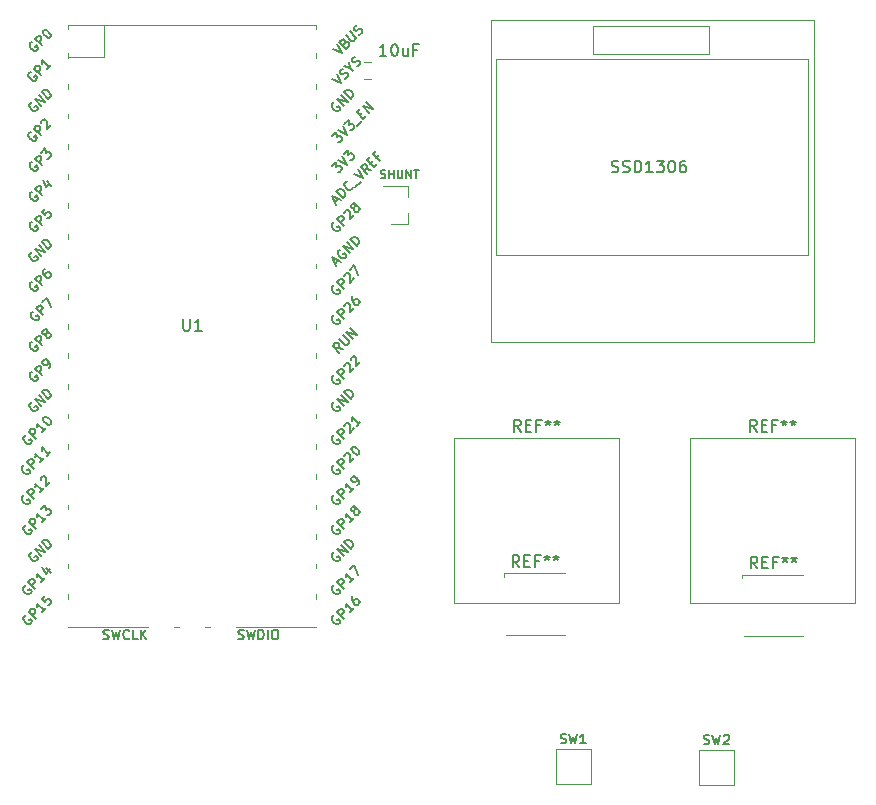
<source format=gbr>
%TF.GenerationSoftware,KiCad,Pcbnew,(7.0.0-0)*%
%TF.CreationDate,2023-02-22T19:20:36-06:00*%
%TF.ProjectId,first_keeb,66697273-745f-46b6-9565-622e6b696361,rev?*%
%TF.SameCoordinates,Original*%
%TF.FileFunction,Legend,Top*%
%TF.FilePolarity,Positive*%
%FSLAX46Y46*%
G04 Gerber Fmt 4.6, Leading zero omitted, Abs format (unit mm)*
G04 Created by KiCad (PCBNEW (7.0.0-0)) date 2023-02-22 19:20:36*
%MOMM*%
%LPD*%
G01*
G04 APERTURE LIST*
%ADD10C,0.150000*%
%ADD11C,0.120000*%
G04 APERTURE END LIST*
D10*
%TO.C,10uF*%
X59778571Y-65757380D02*
X59207143Y-65757380D01*
X59492857Y-65757380D02*
X59492857Y-64757380D01*
X59492857Y-64757380D02*
X59397619Y-64900238D01*
X59397619Y-64900238D02*
X59302381Y-64995476D01*
X59302381Y-64995476D02*
X59207143Y-65043095D01*
X60397619Y-64757380D02*
X60492857Y-64757380D01*
X60492857Y-64757380D02*
X60588095Y-64805000D01*
X60588095Y-64805000D02*
X60635714Y-64852619D01*
X60635714Y-64852619D02*
X60683333Y-64947857D01*
X60683333Y-64947857D02*
X60730952Y-65138333D01*
X60730952Y-65138333D02*
X60730952Y-65376428D01*
X60730952Y-65376428D02*
X60683333Y-65566904D01*
X60683333Y-65566904D02*
X60635714Y-65662142D01*
X60635714Y-65662142D02*
X60588095Y-65709761D01*
X60588095Y-65709761D02*
X60492857Y-65757380D01*
X60492857Y-65757380D02*
X60397619Y-65757380D01*
X60397619Y-65757380D02*
X60302381Y-65709761D01*
X60302381Y-65709761D02*
X60254762Y-65662142D01*
X60254762Y-65662142D02*
X60207143Y-65566904D01*
X60207143Y-65566904D02*
X60159524Y-65376428D01*
X60159524Y-65376428D02*
X60159524Y-65138333D01*
X60159524Y-65138333D02*
X60207143Y-64947857D01*
X60207143Y-64947857D02*
X60254762Y-64852619D01*
X60254762Y-64852619D02*
X60302381Y-64805000D01*
X60302381Y-64805000D02*
X60397619Y-64757380D01*
X61588095Y-65090714D02*
X61588095Y-65757380D01*
X61159524Y-65090714D02*
X61159524Y-65614523D01*
X61159524Y-65614523D02*
X61207143Y-65709761D01*
X61207143Y-65709761D02*
X61302381Y-65757380D01*
X61302381Y-65757380D02*
X61445238Y-65757380D01*
X61445238Y-65757380D02*
X61540476Y-65709761D01*
X61540476Y-65709761D02*
X61588095Y-65662142D01*
X62397619Y-65233571D02*
X62064286Y-65233571D01*
X62064286Y-65757380D02*
X62064286Y-64757380D01*
X62064286Y-64757380D02*
X62540476Y-64757380D01*
%TO.C,SHUNT*%
X59293334Y-76093833D02*
X59393334Y-76127166D01*
X59393334Y-76127166D02*
X59560001Y-76127166D01*
X59560001Y-76127166D02*
X59626667Y-76093833D01*
X59626667Y-76093833D02*
X59660001Y-76060500D01*
X59660001Y-76060500D02*
X59693334Y-75993833D01*
X59693334Y-75993833D02*
X59693334Y-75927166D01*
X59693334Y-75927166D02*
X59660001Y-75860500D01*
X59660001Y-75860500D02*
X59626667Y-75827166D01*
X59626667Y-75827166D02*
X59560001Y-75793833D01*
X59560001Y-75793833D02*
X59426667Y-75760500D01*
X59426667Y-75760500D02*
X59360001Y-75727166D01*
X59360001Y-75727166D02*
X59326667Y-75693833D01*
X59326667Y-75693833D02*
X59293334Y-75627166D01*
X59293334Y-75627166D02*
X59293334Y-75560500D01*
X59293334Y-75560500D02*
X59326667Y-75493833D01*
X59326667Y-75493833D02*
X59360001Y-75460500D01*
X59360001Y-75460500D02*
X59426667Y-75427166D01*
X59426667Y-75427166D02*
X59593334Y-75427166D01*
X59593334Y-75427166D02*
X59693334Y-75460500D01*
X59993334Y-76127166D02*
X59993334Y-75427166D01*
X59993334Y-75760500D02*
X60393334Y-75760500D01*
X60393334Y-76127166D02*
X60393334Y-75427166D01*
X60726667Y-75427166D02*
X60726667Y-75993833D01*
X60726667Y-75993833D02*
X60760001Y-76060500D01*
X60760001Y-76060500D02*
X60793334Y-76093833D01*
X60793334Y-76093833D02*
X60860001Y-76127166D01*
X60860001Y-76127166D02*
X60993334Y-76127166D01*
X60993334Y-76127166D02*
X61060001Y-76093833D01*
X61060001Y-76093833D02*
X61093334Y-76060500D01*
X61093334Y-76060500D02*
X61126667Y-75993833D01*
X61126667Y-75993833D02*
X61126667Y-75427166D01*
X61460000Y-76127166D02*
X61460000Y-75427166D01*
X61460000Y-75427166D02*
X61860000Y-76127166D01*
X61860000Y-76127166D02*
X61860000Y-75427166D01*
X62093333Y-75427166D02*
X62493333Y-75427166D01*
X62293333Y-76127166D02*
X62293333Y-75427166D01*
%TO.C,REF\u002A\u002A*%
X71126666Y-97573380D02*
X70793333Y-97097190D01*
X70555238Y-97573380D02*
X70555238Y-96573380D01*
X70555238Y-96573380D02*
X70936190Y-96573380D01*
X70936190Y-96573380D02*
X71031428Y-96621000D01*
X71031428Y-96621000D02*
X71079047Y-96668619D01*
X71079047Y-96668619D02*
X71126666Y-96763857D01*
X71126666Y-96763857D02*
X71126666Y-96906714D01*
X71126666Y-96906714D02*
X71079047Y-97001952D01*
X71079047Y-97001952D02*
X71031428Y-97049571D01*
X71031428Y-97049571D02*
X70936190Y-97097190D01*
X70936190Y-97097190D02*
X70555238Y-97097190D01*
X71555238Y-97049571D02*
X71888571Y-97049571D01*
X72031428Y-97573380D02*
X71555238Y-97573380D01*
X71555238Y-97573380D02*
X71555238Y-96573380D01*
X71555238Y-96573380D02*
X72031428Y-96573380D01*
X72793333Y-97049571D02*
X72460000Y-97049571D01*
X72460000Y-97573380D02*
X72460000Y-96573380D01*
X72460000Y-96573380D02*
X72936190Y-96573380D01*
X73460000Y-96573380D02*
X73460000Y-96811476D01*
X73221905Y-96716238D02*
X73460000Y-96811476D01*
X73460000Y-96811476D02*
X73698095Y-96716238D01*
X73317143Y-97001952D02*
X73460000Y-96811476D01*
X73460000Y-96811476D02*
X73602857Y-97001952D01*
X74221905Y-96573380D02*
X74221905Y-96811476D01*
X73983810Y-96716238D02*
X74221905Y-96811476D01*
X74221905Y-96811476D02*
X74460000Y-96716238D01*
X74079048Y-97001952D02*
X74221905Y-96811476D01*
X74221905Y-96811476D02*
X74364762Y-97001952D01*
X91126666Y-97573380D02*
X90793333Y-97097190D01*
X90555238Y-97573380D02*
X90555238Y-96573380D01*
X90555238Y-96573380D02*
X90936190Y-96573380D01*
X90936190Y-96573380D02*
X91031428Y-96621000D01*
X91031428Y-96621000D02*
X91079047Y-96668619D01*
X91079047Y-96668619D02*
X91126666Y-96763857D01*
X91126666Y-96763857D02*
X91126666Y-96906714D01*
X91126666Y-96906714D02*
X91079047Y-97001952D01*
X91079047Y-97001952D02*
X91031428Y-97049571D01*
X91031428Y-97049571D02*
X90936190Y-97097190D01*
X90936190Y-97097190D02*
X90555238Y-97097190D01*
X91555238Y-97049571D02*
X91888571Y-97049571D01*
X92031428Y-97573380D02*
X91555238Y-97573380D01*
X91555238Y-97573380D02*
X91555238Y-96573380D01*
X91555238Y-96573380D02*
X92031428Y-96573380D01*
X92793333Y-97049571D02*
X92460000Y-97049571D01*
X92460000Y-97573380D02*
X92460000Y-96573380D01*
X92460000Y-96573380D02*
X92936190Y-96573380D01*
X93460000Y-96573380D02*
X93460000Y-96811476D01*
X93221905Y-96716238D02*
X93460000Y-96811476D01*
X93460000Y-96811476D02*
X93698095Y-96716238D01*
X93317143Y-97001952D02*
X93460000Y-96811476D01*
X93460000Y-96811476D02*
X93602857Y-97001952D01*
X94221905Y-96573380D02*
X94221905Y-96811476D01*
X93983810Y-96716238D02*
X94221905Y-96811476D01*
X94221905Y-96811476D02*
X94460000Y-96716238D01*
X94079048Y-97001952D02*
X94221905Y-96811476D01*
X94221905Y-96811476D02*
X94364762Y-97001952D01*
X91176666Y-109157380D02*
X90843333Y-108681190D01*
X90605238Y-109157380D02*
X90605238Y-108157380D01*
X90605238Y-108157380D02*
X90986190Y-108157380D01*
X90986190Y-108157380D02*
X91081428Y-108205000D01*
X91081428Y-108205000D02*
X91129047Y-108252619D01*
X91129047Y-108252619D02*
X91176666Y-108347857D01*
X91176666Y-108347857D02*
X91176666Y-108490714D01*
X91176666Y-108490714D02*
X91129047Y-108585952D01*
X91129047Y-108585952D02*
X91081428Y-108633571D01*
X91081428Y-108633571D02*
X90986190Y-108681190D01*
X90986190Y-108681190D02*
X90605238Y-108681190D01*
X91605238Y-108633571D02*
X91938571Y-108633571D01*
X92081428Y-109157380D02*
X91605238Y-109157380D01*
X91605238Y-109157380D02*
X91605238Y-108157380D01*
X91605238Y-108157380D02*
X92081428Y-108157380D01*
X92843333Y-108633571D02*
X92510000Y-108633571D01*
X92510000Y-109157380D02*
X92510000Y-108157380D01*
X92510000Y-108157380D02*
X92986190Y-108157380D01*
X93510000Y-108157380D02*
X93510000Y-108395476D01*
X93271905Y-108300238D02*
X93510000Y-108395476D01*
X93510000Y-108395476D02*
X93748095Y-108300238D01*
X93367143Y-108585952D02*
X93510000Y-108395476D01*
X93510000Y-108395476D02*
X93652857Y-108585952D01*
X94271905Y-108157380D02*
X94271905Y-108395476D01*
X94033810Y-108300238D02*
X94271905Y-108395476D01*
X94271905Y-108395476D02*
X94510000Y-108300238D01*
X94129048Y-108585952D02*
X94271905Y-108395476D01*
X94271905Y-108395476D02*
X94414762Y-108585952D01*
X71026666Y-109047380D02*
X70693333Y-108571190D01*
X70455238Y-109047380D02*
X70455238Y-108047380D01*
X70455238Y-108047380D02*
X70836190Y-108047380D01*
X70836190Y-108047380D02*
X70931428Y-108095000D01*
X70931428Y-108095000D02*
X70979047Y-108142619D01*
X70979047Y-108142619D02*
X71026666Y-108237857D01*
X71026666Y-108237857D02*
X71026666Y-108380714D01*
X71026666Y-108380714D02*
X70979047Y-108475952D01*
X70979047Y-108475952D02*
X70931428Y-108523571D01*
X70931428Y-108523571D02*
X70836190Y-108571190D01*
X70836190Y-108571190D02*
X70455238Y-108571190D01*
X71455238Y-108523571D02*
X71788571Y-108523571D01*
X71931428Y-109047380D02*
X71455238Y-109047380D01*
X71455238Y-109047380D02*
X71455238Y-108047380D01*
X71455238Y-108047380D02*
X71931428Y-108047380D01*
X72693333Y-108523571D02*
X72360000Y-108523571D01*
X72360000Y-109047380D02*
X72360000Y-108047380D01*
X72360000Y-108047380D02*
X72836190Y-108047380D01*
X73360000Y-108047380D02*
X73360000Y-108285476D01*
X73121905Y-108190238D02*
X73360000Y-108285476D01*
X73360000Y-108285476D02*
X73598095Y-108190238D01*
X73217143Y-108475952D02*
X73360000Y-108285476D01*
X73360000Y-108285476D02*
X73502857Y-108475952D01*
X74121905Y-108047380D02*
X74121905Y-108285476D01*
X73883810Y-108190238D02*
X74121905Y-108285476D01*
X74121905Y-108285476D02*
X74360000Y-108190238D01*
X73979048Y-108475952D02*
X74121905Y-108285476D01*
X74121905Y-108285476D02*
X74264762Y-108475952D01*
%TO.C,SW2*%
X86643332Y-124005809D02*
X86757618Y-124043904D01*
X86757618Y-124043904D02*
X86948094Y-124043904D01*
X86948094Y-124043904D02*
X87024285Y-124005809D01*
X87024285Y-124005809D02*
X87062380Y-123967714D01*
X87062380Y-123967714D02*
X87100475Y-123891523D01*
X87100475Y-123891523D02*
X87100475Y-123815333D01*
X87100475Y-123815333D02*
X87062380Y-123739142D01*
X87062380Y-123739142D02*
X87024285Y-123701047D01*
X87024285Y-123701047D02*
X86948094Y-123662952D01*
X86948094Y-123662952D02*
X86795713Y-123624857D01*
X86795713Y-123624857D02*
X86719523Y-123586761D01*
X86719523Y-123586761D02*
X86681428Y-123548666D01*
X86681428Y-123548666D02*
X86643332Y-123472476D01*
X86643332Y-123472476D02*
X86643332Y-123396285D01*
X86643332Y-123396285D02*
X86681428Y-123320095D01*
X86681428Y-123320095D02*
X86719523Y-123282000D01*
X86719523Y-123282000D02*
X86795713Y-123243904D01*
X86795713Y-123243904D02*
X86986190Y-123243904D01*
X86986190Y-123243904D02*
X87100475Y-123282000D01*
X87367142Y-123243904D02*
X87557618Y-124043904D01*
X87557618Y-124043904D02*
X87709999Y-123472476D01*
X87709999Y-123472476D02*
X87862380Y-124043904D01*
X87862380Y-124043904D02*
X88052857Y-123243904D01*
X88319523Y-123320095D02*
X88357619Y-123282000D01*
X88357619Y-123282000D02*
X88433809Y-123243904D01*
X88433809Y-123243904D02*
X88624285Y-123243904D01*
X88624285Y-123243904D02*
X88700476Y-123282000D01*
X88700476Y-123282000D02*
X88738571Y-123320095D01*
X88738571Y-123320095D02*
X88776666Y-123396285D01*
X88776666Y-123396285D02*
X88776666Y-123472476D01*
X88776666Y-123472476D02*
X88738571Y-123586761D01*
X88738571Y-123586761D02*
X88281428Y-124043904D01*
X88281428Y-124043904D02*
X88776666Y-124043904D01*
%TO.C,SW1*%
X74523332Y-123925809D02*
X74637618Y-123963904D01*
X74637618Y-123963904D02*
X74828094Y-123963904D01*
X74828094Y-123963904D02*
X74904285Y-123925809D01*
X74904285Y-123925809D02*
X74942380Y-123887714D01*
X74942380Y-123887714D02*
X74980475Y-123811523D01*
X74980475Y-123811523D02*
X74980475Y-123735333D01*
X74980475Y-123735333D02*
X74942380Y-123659142D01*
X74942380Y-123659142D02*
X74904285Y-123621047D01*
X74904285Y-123621047D02*
X74828094Y-123582952D01*
X74828094Y-123582952D02*
X74675713Y-123544857D01*
X74675713Y-123544857D02*
X74599523Y-123506761D01*
X74599523Y-123506761D02*
X74561428Y-123468666D01*
X74561428Y-123468666D02*
X74523332Y-123392476D01*
X74523332Y-123392476D02*
X74523332Y-123316285D01*
X74523332Y-123316285D02*
X74561428Y-123240095D01*
X74561428Y-123240095D02*
X74599523Y-123202000D01*
X74599523Y-123202000D02*
X74675713Y-123163904D01*
X74675713Y-123163904D02*
X74866190Y-123163904D01*
X74866190Y-123163904D02*
X74980475Y-123202000D01*
X75247142Y-123163904D02*
X75437618Y-123963904D01*
X75437618Y-123963904D02*
X75589999Y-123392476D01*
X75589999Y-123392476D02*
X75742380Y-123963904D01*
X75742380Y-123963904D02*
X75932857Y-123163904D01*
X76656666Y-123963904D02*
X76199523Y-123963904D01*
X76428095Y-123963904D02*
X76428095Y-123163904D01*
X76428095Y-123163904D02*
X76351904Y-123278190D01*
X76351904Y-123278190D02*
X76275714Y-123354380D01*
X76275714Y-123354380D02*
X76199523Y-123392476D01*
%TO.C,SSD1306*%
X78833333Y-75573761D02*
X78976190Y-75621380D01*
X78976190Y-75621380D02*
X79214285Y-75621380D01*
X79214285Y-75621380D02*
X79309523Y-75573761D01*
X79309523Y-75573761D02*
X79357142Y-75526142D01*
X79357142Y-75526142D02*
X79404761Y-75430904D01*
X79404761Y-75430904D02*
X79404761Y-75335666D01*
X79404761Y-75335666D02*
X79357142Y-75240428D01*
X79357142Y-75240428D02*
X79309523Y-75192809D01*
X79309523Y-75192809D02*
X79214285Y-75145190D01*
X79214285Y-75145190D02*
X79023809Y-75097571D01*
X79023809Y-75097571D02*
X78928571Y-75049952D01*
X78928571Y-75049952D02*
X78880952Y-75002333D01*
X78880952Y-75002333D02*
X78833333Y-74907095D01*
X78833333Y-74907095D02*
X78833333Y-74811857D01*
X78833333Y-74811857D02*
X78880952Y-74716619D01*
X78880952Y-74716619D02*
X78928571Y-74669000D01*
X78928571Y-74669000D02*
X79023809Y-74621380D01*
X79023809Y-74621380D02*
X79261904Y-74621380D01*
X79261904Y-74621380D02*
X79404761Y-74669000D01*
X79785714Y-75573761D02*
X79928571Y-75621380D01*
X79928571Y-75621380D02*
X80166666Y-75621380D01*
X80166666Y-75621380D02*
X80261904Y-75573761D01*
X80261904Y-75573761D02*
X80309523Y-75526142D01*
X80309523Y-75526142D02*
X80357142Y-75430904D01*
X80357142Y-75430904D02*
X80357142Y-75335666D01*
X80357142Y-75335666D02*
X80309523Y-75240428D01*
X80309523Y-75240428D02*
X80261904Y-75192809D01*
X80261904Y-75192809D02*
X80166666Y-75145190D01*
X80166666Y-75145190D02*
X79976190Y-75097571D01*
X79976190Y-75097571D02*
X79880952Y-75049952D01*
X79880952Y-75049952D02*
X79833333Y-75002333D01*
X79833333Y-75002333D02*
X79785714Y-74907095D01*
X79785714Y-74907095D02*
X79785714Y-74811857D01*
X79785714Y-74811857D02*
X79833333Y-74716619D01*
X79833333Y-74716619D02*
X79880952Y-74669000D01*
X79880952Y-74669000D02*
X79976190Y-74621380D01*
X79976190Y-74621380D02*
X80214285Y-74621380D01*
X80214285Y-74621380D02*
X80357142Y-74669000D01*
X80785714Y-75621380D02*
X80785714Y-74621380D01*
X80785714Y-74621380D02*
X81023809Y-74621380D01*
X81023809Y-74621380D02*
X81166666Y-74669000D01*
X81166666Y-74669000D02*
X81261904Y-74764238D01*
X81261904Y-74764238D02*
X81309523Y-74859476D01*
X81309523Y-74859476D02*
X81357142Y-75049952D01*
X81357142Y-75049952D02*
X81357142Y-75192809D01*
X81357142Y-75192809D02*
X81309523Y-75383285D01*
X81309523Y-75383285D02*
X81261904Y-75478523D01*
X81261904Y-75478523D02*
X81166666Y-75573761D01*
X81166666Y-75573761D02*
X81023809Y-75621380D01*
X81023809Y-75621380D02*
X80785714Y-75621380D01*
X82309523Y-75621380D02*
X81738095Y-75621380D01*
X82023809Y-75621380D02*
X82023809Y-74621380D01*
X82023809Y-74621380D02*
X81928571Y-74764238D01*
X81928571Y-74764238D02*
X81833333Y-74859476D01*
X81833333Y-74859476D02*
X81738095Y-74907095D01*
X82642857Y-74621380D02*
X83261904Y-74621380D01*
X83261904Y-74621380D02*
X82928571Y-75002333D01*
X82928571Y-75002333D02*
X83071428Y-75002333D01*
X83071428Y-75002333D02*
X83166666Y-75049952D01*
X83166666Y-75049952D02*
X83214285Y-75097571D01*
X83214285Y-75097571D02*
X83261904Y-75192809D01*
X83261904Y-75192809D02*
X83261904Y-75430904D01*
X83261904Y-75430904D02*
X83214285Y-75526142D01*
X83214285Y-75526142D02*
X83166666Y-75573761D01*
X83166666Y-75573761D02*
X83071428Y-75621380D01*
X83071428Y-75621380D02*
X82785714Y-75621380D01*
X82785714Y-75621380D02*
X82690476Y-75573761D01*
X82690476Y-75573761D02*
X82642857Y-75526142D01*
X83880952Y-74621380D02*
X83976190Y-74621380D01*
X83976190Y-74621380D02*
X84071428Y-74669000D01*
X84071428Y-74669000D02*
X84119047Y-74716619D01*
X84119047Y-74716619D02*
X84166666Y-74811857D01*
X84166666Y-74811857D02*
X84214285Y-75002333D01*
X84214285Y-75002333D02*
X84214285Y-75240428D01*
X84214285Y-75240428D02*
X84166666Y-75430904D01*
X84166666Y-75430904D02*
X84119047Y-75526142D01*
X84119047Y-75526142D02*
X84071428Y-75573761D01*
X84071428Y-75573761D02*
X83976190Y-75621380D01*
X83976190Y-75621380D02*
X83880952Y-75621380D01*
X83880952Y-75621380D02*
X83785714Y-75573761D01*
X83785714Y-75573761D02*
X83738095Y-75526142D01*
X83738095Y-75526142D02*
X83690476Y-75430904D01*
X83690476Y-75430904D02*
X83642857Y-75240428D01*
X83642857Y-75240428D02*
X83642857Y-75002333D01*
X83642857Y-75002333D02*
X83690476Y-74811857D01*
X83690476Y-74811857D02*
X83738095Y-74716619D01*
X83738095Y-74716619D02*
X83785714Y-74669000D01*
X83785714Y-74669000D02*
X83880952Y-74621380D01*
X85071428Y-74621380D02*
X84880952Y-74621380D01*
X84880952Y-74621380D02*
X84785714Y-74669000D01*
X84785714Y-74669000D02*
X84738095Y-74716619D01*
X84738095Y-74716619D02*
X84642857Y-74859476D01*
X84642857Y-74859476D02*
X84595238Y-75049952D01*
X84595238Y-75049952D02*
X84595238Y-75430904D01*
X84595238Y-75430904D02*
X84642857Y-75526142D01*
X84642857Y-75526142D02*
X84690476Y-75573761D01*
X84690476Y-75573761D02*
X84785714Y-75621380D01*
X84785714Y-75621380D02*
X84976190Y-75621380D01*
X84976190Y-75621380D02*
X85071428Y-75573761D01*
X85071428Y-75573761D02*
X85119047Y-75526142D01*
X85119047Y-75526142D02*
X85166666Y-75430904D01*
X85166666Y-75430904D02*
X85166666Y-75192809D01*
X85166666Y-75192809D02*
X85119047Y-75097571D01*
X85119047Y-75097571D02*
X85071428Y-75049952D01*
X85071428Y-75049952D02*
X84976190Y-75002333D01*
X84976190Y-75002333D02*
X84785714Y-75002333D01*
X84785714Y-75002333D02*
X84690476Y-75049952D01*
X84690476Y-75049952D02*
X84642857Y-75097571D01*
X84642857Y-75097571D02*
X84595238Y-75192809D01*
%TO.C,U1*%
X42558095Y-88022380D02*
X42558095Y-88831904D01*
X42558095Y-88831904D02*
X42605714Y-88927142D01*
X42605714Y-88927142D02*
X42653333Y-88974761D01*
X42653333Y-88974761D02*
X42748571Y-89022380D01*
X42748571Y-89022380D02*
X42939047Y-89022380D01*
X42939047Y-89022380D02*
X43034285Y-88974761D01*
X43034285Y-88974761D02*
X43081904Y-88927142D01*
X43081904Y-88927142D02*
X43129523Y-88831904D01*
X43129523Y-88831904D02*
X43129523Y-88022380D01*
X44129523Y-89022380D02*
X43558095Y-89022380D01*
X43843809Y-89022380D02*
X43843809Y-88022380D01*
X43843809Y-88022380D02*
X43748571Y-88165238D01*
X43748571Y-88165238D02*
X43653333Y-88260476D01*
X43653333Y-88260476D02*
X43558095Y-88308095D01*
X55369638Y-85197509D02*
X55288826Y-85224446D01*
X55288826Y-85224446D02*
X55208014Y-85305258D01*
X55208014Y-85305258D02*
X55154139Y-85413008D01*
X55154139Y-85413008D02*
X55154139Y-85520758D01*
X55154139Y-85520758D02*
X55181077Y-85601570D01*
X55181077Y-85601570D02*
X55261889Y-85736257D01*
X55261889Y-85736257D02*
X55342701Y-85817069D01*
X55342701Y-85817069D02*
X55477388Y-85897881D01*
X55477388Y-85897881D02*
X55558200Y-85924819D01*
X55558200Y-85924819D02*
X55665950Y-85924819D01*
X55665950Y-85924819D02*
X55773699Y-85870944D01*
X55773699Y-85870944D02*
X55827574Y-85817069D01*
X55827574Y-85817069D02*
X55881449Y-85709319D01*
X55881449Y-85709319D02*
X55881449Y-85655445D01*
X55881449Y-85655445D02*
X55692887Y-85466883D01*
X55692887Y-85466883D02*
X55585138Y-85574632D01*
X56177760Y-85466883D02*
X55612075Y-84901197D01*
X55612075Y-84901197D02*
X55827574Y-84685698D01*
X55827574Y-84685698D02*
X55908386Y-84658761D01*
X55908386Y-84658761D02*
X55962261Y-84658761D01*
X55962261Y-84658761D02*
X56043073Y-84685698D01*
X56043073Y-84685698D02*
X56123886Y-84766510D01*
X56123886Y-84766510D02*
X56150823Y-84847323D01*
X56150823Y-84847323D02*
X56150823Y-84901197D01*
X56150823Y-84901197D02*
X56123886Y-84982010D01*
X56123886Y-84982010D02*
X55908386Y-85197509D01*
X56204698Y-84416324D02*
X56204698Y-84362449D01*
X56204698Y-84362449D02*
X56231635Y-84281637D01*
X56231635Y-84281637D02*
X56366322Y-84146950D01*
X56366322Y-84146950D02*
X56447134Y-84120013D01*
X56447134Y-84120013D02*
X56501009Y-84120013D01*
X56501009Y-84120013D02*
X56581821Y-84146950D01*
X56581821Y-84146950D02*
X56635696Y-84200825D01*
X56635696Y-84200825D02*
X56689571Y-84308574D01*
X56689571Y-84308574D02*
X56689571Y-84955072D01*
X56689571Y-84955072D02*
X57039757Y-84604886D01*
X56662634Y-83850638D02*
X57039757Y-83473515D01*
X57039757Y-83473515D02*
X57363006Y-84281637D01*
X56110292Y-90550351D02*
X55652356Y-90469539D01*
X55787043Y-90873600D02*
X55221358Y-90307914D01*
X55221358Y-90307914D02*
X55436857Y-90092415D01*
X55436857Y-90092415D02*
X55517669Y-90065478D01*
X55517669Y-90065478D02*
X55571544Y-90065478D01*
X55571544Y-90065478D02*
X55652356Y-90092415D01*
X55652356Y-90092415D02*
X55733168Y-90173227D01*
X55733168Y-90173227D02*
X55760106Y-90254040D01*
X55760106Y-90254040D02*
X55760106Y-90307914D01*
X55760106Y-90307914D02*
X55733168Y-90388727D01*
X55733168Y-90388727D02*
X55517669Y-90604226D01*
X55787043Y-89742229D02*
X56244979Y-90200165D01*
X56244979Y-90200165D02*
X56325791Y-90227102D01*
X56325791Y-90227102D02*
X56379666Y-90227102D01*
X56379666Y-90227102D02*
X56460478Y-90200165D01*
X56460478Y-90200165D02*
X56568228Y-90092415D01*
X56568228Y-90092415D02*
X56595165Y-90011603D01*
X56595165Y-90011603D02*
X56595165Y-89957728D01*
X56595165Y-89957728D02*
X56568228Y-89876916D01*
X56568228Y-89876916D02*
X56110292Y-89418980D01*
X56945351Y-89715292D02*
X56379666Y-89149606D01*
X56379666Y-89149606D02*
X57268600Y-89392043D01*
X57268600Y-89392043D02*
X56702915Y-88826358D01*
X29261638Y-97887509D02*
X29180826Y-97914446D01*
X29180826Y-97914446D02*
X29100014Y-97995258D01*
X29100014Y-97995258D02*
X29046139Y-98103008D01*
X29046139Y-98103008D02*
X29046139Y-98210758D01*
X29046139Y-98210758D02*
X29073077Y-98291570D01*
X29073077Y-98291570D02*
X29153889Y-98426257D01*
X29153889Y-98426257D02*
X29234701Y-98507069D01*
X29234701Y-98507069D02*
X29369388Y-98587881D01*
X29369388Y-98587881D02*
X29450200Y-98614819D01*
X29450200Y-98614819D02*
X29557950Y-98614819D01*
X29557950Y-98614819D02*
X29665699Y-98560944D01*
X29665699Y-98560944D02*
X29719574Y-98507069D01*
X29719574Y-98507069D02*
X29773449Y-98399319D01*
X29773449Y-98399319D02*
X29773449Y-98345445D01*
X29773449Y-98345445D02*
X29584887Y-98156883D01*
X29584887Y-98156883D02*
X29477138Y-98264632D01*
X30069760Y-98156883D02*
X29504075Y-97591197D01*
X29504075Y-97591197D02*
X29719574Y-97375698D01*
X29719574Y-97375698D02*
X29800386Y-97348761D01*
X29800386Y-97348761D02*
X29854261Y-97348761D01*
X29854261Y-97348761D02*
X29935073Y-97375698D01*
X29935073Y-97375698D02*
X30015886Y-97456510D01*
X30015886Y-97456510D02*
X30042823Y-97537323D01*
X30042823Y-97537323D02*
X30042823Y-97591197D01*
X30042823Y-97591197D02*
X30015886Y-97672010D01*
X30015886Y-97672010D02*
X29800386Y-97887509D01*
X30931757Y-97294886D02*
X30608508Y-97618135D01*
X30770133Y-97456510D02*
X30204447Y-96890825D01*
X30204447Y-96890825D02*
X30231385Y-97025512D01*
X30231385Y-97025512D02*
X30231385Y-97133261D01*
X30231385Y-97133261D02*
X30204447Y-97214074D01*
X30716258Y-96379014D02*
X30770133Y-96325139D01*
X30770133Y-96325139D02*
X30850945Y-96298202D01*
X30850945Y-96298202D02*
X30904820Y-96298202D01*
X30904820Y-96298202D02*
X30985632Y-96325139D01*
X30985632Y-96325139D02*
X31120319Y-96405951D01*
X31120319Y-96405951D02*
X31255006Y-96540638D01*
X31255006Y-96540638D02*
X31335818Y-96675326D01*
X31335818Y-96675326D02*
X31362756Y-96756138D01*
X31362756Y-96756138D02*
X31362756Y-96810013D01*
X31362756Y-96810013D02*
X31335818Y-96890825D01*
X31335818Y-96890825D02*
X31281944Y-96944700D01*
X31281944Y-96944700D02*
X31201131Y-96971637D01*
X31201131Y-96971637D02*
X31147257Y-96971637D01*
X31147257Y-96971637D02*
X31066444Y-96944700D01*
X31066444Y-96944700D02*
X30931757Y-96863887D01*
X30931757Y-96863887D02*
X30797070Y-96729200D01*
X30797070Y-96729200D02*
X30716258Y-96594513D01*
X30716258Y-96594513D02*
X30689321Y-96513701D01*
X30689321Y-96513701D02*
X30689321Y-96459826D01*
X30689321Y-96459826D02*
X30716258Y-96379014D01*
X29685013Y-67128134D02*
X29604201Y-67155072D01*
X29604201Y-67155072D02*
X29523388Y-67235884D01*
X29523388Y-67235884D02*
X29469514Y-67343633D01*
X29469514Y-67343633D02*
X29469514Y-67451383D01*
X29469514Y-67451383D02*
X29496451Y-67532195D01*
X29496451Y-67532195D02*
X29577263Y-67666882D01*
X29577263Y-67666882D02*
X29658075Y-67747695D01*
X29658075Y-67747695D02*
X29792762Y-67828507D01*
X29792762Y-67828507D02*
X29873575Y-67855444D01*
X29873575Y-67855444D02*
X29981324Y-67855444D01*
X29981324Y-67855444D02*
X30089074Y-67801569D01*
X30089074Y-67801569D02*
X30142949Y-67747695D01*
X30142949Y-67747695D02*
X30196823Y-67639945D01*
X30196823Y-67639945D02*
X30196823Y-67586070D01*
X30196823Y-67586070D02*
X30008262Y-67397508D01*
X30008262Y-67397508D02*
X29900512Y-67505258D01*
X30493135Y-67397508D02*
X29927449Y-66831823D01*
X29927449Y-66831823D02*
X30142949Y-66616324D01*
X30142949Y-66616324D02*
X30223761Y-66589386D01*
X30223761Y-66589386D02*
X30277636Y-66589386D01*
X30277636Y-66589386D02*
X30358448Y-66616324D01*
X30358448Y-66616324D02*
X30439260Y-66697136D01*
X30439260Y-66697136D02*
X30466197Y-66777948D01*
X30466197Y-66777948D02*
X30466197Y-66831823D01*
X30466197Y-66831823D02*
X30439260Y-66912635D01*
X30439260Y-66912635D02*
X30223761Y-67128134D01*
X31355132Y-66535511D02*
X31031883Y-66858760D01*
X31193507Y-66697136D02*
X30627822Y-66131450D01*
X30627822Y-66131450D02*
X30654759Y-66266137D01*
X30654759Y-66266137D02*
X30654759Y-66373887D01*
X30654759Y-66373887D02*
X30627822Y-66454699D01*
X29115638Y-102967509D02*
X29034826Y-102994446D01*
X29034826Y-102994446D02*
X28954014Y-103075258D01*
X28954014Y-103075258D02*
X28900139Y-103183008D01*
X28900139Y-103183008D02*
X28900139Y-103290758D01*
X28900139Y-103290758D02*
X28927077Y-103371570D01*
X28927077Y-103371570D02*
X29007889Y-103506257D01*
X29007889Y-103506257D02*
X29088701Y-103587069D01*
X29088701Y-103587069D02*
X29223388Y-103667881D01*
X29223388Y-103667881D02*
X29304200Y-103694819D01*
X29304200Y-103694819D02*
X29411950Y-103694819D01*
X29411950Y-103694819D02*
X29519699Y-103640944D01*
X29519699Y-103640944D02*
X29573574Y-103587069D01*
X29573574Y-103587069D02*
X29627449Y-103479319D01*
X29627449Y-103479319D02*
X29627449Y-103425445D01*
X29627449Y-103425445D02*
X29438887Y-103236883D01*
X29438887Y-103236883D02*
X29331138Y-103344632D01*
X29923760Y-103236883D02*
X29358075Y-102671197D01*
X29358075Y-102671197D02*
X29573574Y-102455698D01*
X29573574Y-102455698D02*
X29654386Y-102428761D01*
X29654386Y-102428761D02*
X29708261Y-102428761D01*
X29708261Y-102428761D02*
X29789073Y-102455698D01*
X29789073Y-102455698D02*
X29869886Y-102536510D01*
X29869886Y-102536510D02*
X29896823Y-102617323D01*
X29896823Y-102617323D02*
X29896823Y-102671197D01*
X29896823Y-102671197D02*
X29869886Y-102752010D01*
X29869886Y-102752010D02*
X29654386Y-102967509D01*
X30785757Y-102374886D02*
X30462508Y-102698135D01*
X30624133Y-102536510D02*
X30058447Y-101970825D01*
X30058447Y-101970825D02*
X30085385Y-102105512D01*
X30085385Y-102105512D02*
X30085385Y-102213261D01*
X30085385Y-102213261D02*
X30058447Y-102294074D01*
X30489446Y-101647576D02*
X30489446Y-101593701D01*
X30489446Y-101593701D02*
X30516383Y-101512889D01*
X30516383Y-101512889D02*
X30651070Y-101378202D01*
X30651070Y-101378202D02*
X30731883Y-101351264D01*
X30731883Y-101351264D02*
X30785757Y-101351264D01*
X30785757Y-101351264D02*
X30866570Y-101378202D01*
X30866570Y-101378202D02*
X30920444Y-101432077D01*
X30920444Y-101432077D02*
X30974319Y-101539826D01*
X30974319Y-101539826D02*
X30974319Y-102186324D01*
X30974319Y-102186324D02*
X31324505Y-101836138D01*
X55192390Y-67676883D02*
X55946637Y-68054006D01*
X55946637Y-68054006D02*
X55569513Y-67299759D01*
X56269886Y-67676883D02*
X56377635Y-67623008D01*
X56377635Y-67623008D02*
X56512322Y-67488321D01*
X56512322Y-67488321D02*
X56539260Y-67407509D01*
X56539260Y-67407509D02*
X56539260Y-67353634D01*
X56539260Y-67353634D02*
X56512322Y-67272822D01*
X56512322Y-67272822D02*
X56458447Y-67218947D01*
X56458447Y-67218947D02*
X56377635Y-67192010D01*
X56377635Y-67192010D02*
X56323760Y-67192010D01*
X56323760Y-67192010D02*
X56242948Y-67218947D01*
X56242948Y-67218947D02*
X56108261Y-67299759D01*
X56108261Y-67299759D02*
X56027449Y-67326697D01*
X56027449Y-67326697D02*
X55973574Y-67326697D01*
X55973574Y-67326697D02*
X55892762Y-67299759D01*
X55892762Y-67299759D02*
X55838887Y-67245884D01*
X55838887Y-67245884D02*
X55811950Y-67165072D01*
X55811950Y-67165072D02*
X55811950Y-67111197D01*
X55811950Y-67111197D02*
X55838887Y-67030385D01*
X55838887Y-67030385D02*
X55973574Y-66895698D01*
X55973574Y-66895698D02*
X56081324Y-66841823D01*
X56700884Y-66761011D02*
X56970258Y-67030385D01*
X56216011Y-66653261D02*
X56700884Y-66761011D01*
X56700884Y-66761011D02*
X56593135Y-66276138D01*
X57293507Y-66653262D02*
X57401256Y-66599387D01*
X57401256Y-66599387D02*
X57535943Y-66464700D01*
X57535943Y-66464700D02*
X57562881Y-66383888D01*
X57562881Y-66383888D02*
X57562881Y-66330013D01*
X57562881Y-66330013D02*
X57535943Y-66249201D01*
X57535943Y-66249201D02*
X57482069Y-66195326D01*
X57482069Y-66195326D02*
X57401256Y-66168388D01*
X57401256Y-66168388D02*
X57347382Y-66168388D01*
X57347382Y-66168388D02*
X57266569Y-66195326D01*
X57266569Y-66195326D02*
X57131882Y-66276138D01*
X57131882Y-66276138D02*
X57051070Y-66303075D01*
X57051070Y-66303075D02*
X56997195Y-66303075D01*
X56997195Y-66303075D02*
X56916383Y-66276138D01*
X56916383Y-66276138D02*
X56862508Y-66222263D01*
X56862508Y-66222263D02*
X56835571Y-66141451D01*
X56835571Y-66141451D02*
X56835571Y-66087576D01*
X56835571Y-66087576D02*
X56862508Y-66006764D01*
X56862508Y-66006764D02*
X56997195Y-65872077D01*
X56997195Y-65872077D02*
X57104945Y-65818202D01*
X29215638Y-110587509D02*
X29134826Y-110614446D01*
X29134826Y-110614446D02*
X29054014Y-110695258D01*
X29054014Y-110695258D02*
X29000139Y-110803008D01*
X29000139Y-110803008D02*
X29000139Y-110910758D01*
X29000139Y-110910758D02*
X29027077Y-110991570D01*
X29027077Y-110991570D02*
X29107889Y-111126257D01*
X29107889Y-111126257D02*
X29188701Y-111207069D01*
X29188701Y-111207069D02*
X29323388Y-111287881D01*
X29323388Y-111287881D02*
X29404200Y-111314819D01*
X29404200Y-111314819D02*
X29511950Y-111314819D01*
X29511950Y-111314819D02*
X29619699Y-111260944D01*
X29619699Y-111260944D02*
X29673574Y-111207069D01*
X29673574Y-111207069D02*
X29727449Y-111099319D01*
X29727449Y-111099319D02*
X29727449Y-111045445D01*
X29727449Y-111045445D02*
X29538887Y-110856883D01*
X29538887Y-110856883D02*
X29431138Y-110964632D01*
X30023760Y-110856883D02*
X29458075Y-110291197D01*
X29458075Y-110291197D02*
X29673574Y-110075698D01*
X29673574Y-110075698D02*
X29754386Y-110048761D01*
X29754386Y-110048761D02*
X29808261Y-110048761D01*
X29808261Y-110048761D02*
X29889073Y-110075698D01*
X29889073Y-110075698D02*
X29969886Y-110156510D01*
X29969886Y-110156510D02*
X29996823Y-110237323D01*
X29996823Y-110237323D02*
X29996823Y-110291197D01*
X29996823Y-110291197D02*
X29969886Y-110372010D01*
X29969886Y-110372010D02*
X29754386Y-110587509D01*
X30885757Y-109994886D02*
X30562508Y-110318135D01*
X30724133Y-110156510D02*
X30158447Y-109590825D01*
X30158447Y-109590825D02*
X30185385Y-109725512D01*
X30185385Y-109725512D02*
X30185385Y-109833261D01*
X30185385Y-109833261D02*
X30158447Y-109914074D01*
X30993507Y-109132889D02*
X31370631Y-109510013D01*
X30643321Y-109052077D02*
X30912695Y-109590825D01*
X30912695Y-109590825D02*
X31262881Y-109240638D01*
X29758076Y-95105072D02*
X29677263Y-95132009D01*
X29677263Y-95132009D02*
X29596451Y-95212821D01*
X29596451Y-95212821D02*
X29542576Y-95320571D01*
X29542576Y-95320571D02*
X29542576Y-95428320D01*
X29542576Y-95428320D02*
X29569514Y-95509133D01*
X29569514Y-95509133D02*
X29650326Y-95643820D01*
X29650326Y-95643820D02*
X29731138Y-95724632D01*
X29731138Y-95724632D02*
X29865825Y-95805444D01*
X29865825Y-95805444D02*
X29946637Y-95832381D01*
X29946637Y-95832381D02*
X30054387Y-95832381D01*
X30054387Y-95832381D02*
X30162137Y-95778507D01*
X30162137Y-95778507D02*
X30216011Y-95724632D01*
X30216011Y-95724632D02*
X30269886Y-95616882D01*
X30269886Y-95616882D02*
X30269886Y-95563007D01*
X30269886Y-95563007D02*
X30081324Y-95374446D01*
X30081324Y-95374446D02*
X29973575Y-95482195D01*
X30566198Y-95374446D02*
X30000512Y-94808760D01*
X30000512Y-94808760D02*
X30889446Y-95051197D01*
X30889446Y-95051197D02*
X30323761Y-94485511D01*
X31158820Y-94781823D02*
X30593135Y-94216137D01*
X30593135Y-94216137D02*
X30727822Y-94081450D01*
X30727822Y-94081450D02*
X30835571Y-94027576D01*
X30835571Y-94027576D02*
X30943321Y-94027576D01*
X30943321Y-94027576D02*
X31024133Y-94054513D01*
X31024133Y-94054513D02*
X31158820Y-94135325D01*
X31158820Y-94135325D02*
X31239632Y-94216137D01*
X31239632Y-94216137D02*
X31320445Y-94350824D01*
X31320445Y-94350824D02*
X31347382Y-94431637D01*
X31347382Y-94431637D02*
X31347382Y-94539386D01*
X31347382Y-94539386D02*
X31293507Y-94647136D01*
X31293507Y-94647136D02*
X31158820Y-94781823D01*
X55369638Y-92807509D02*
X55288826Y-92834446D01*
X55288826Y-92834446D02*
X55208014Y-92915258D01*
X55208014Y-92915258D02*
X55154139Y-93023008D01*
X55154139Y-93023008D02*
X55154139Y-93130758D01*
X55154139Y-93130758D02*
X55181077Y-93211570D01*
X55181077Y-93211570D02*
X55261889Y-93346257D01*
X55261889Y-93346257D02*
X55342701Y-93427069D01*
X55342701Y-93427069D02*
X55477388Y-93507881D01*
X55477388Y-93507881D02*
X55558200Y-93534819D01*
X55558200Y-93534819D02*
X55665950Y-93534819D01*
X55665950Y-93534819D02*
X55773699Y-93480944D01*
X55773699Y-93480944D02*
X55827574Y-93427069D01*
X55827574Y-93427069D02*
X55881449Y-93319319D01*
X55881449Y-93319319D02*
X55881449Y-93265445D01*
X55881449Y-93265445D02*
X55692887Y-93076883D01*
X55692887Y-93076883D02*
X55585138Y-93184632D01*
X56177760Y-93076883D02*
X55612075Y-92511197D01*
X55612075Y-92511197D02*
X55827574Y-92295698D01*
X55827574Y-92295698D02*
X55908386Y-92268761D01*
X55908386Y-92268761D02*
X55962261Y-92268761D01*
X55962261Y-92268761D02*
X56043073Y-92295698D01*
X56043073Y-92295698D02*
X56123886Y-92376510D01*
X56123886Y-92376510D02*
X56150823Y-92457323D01*
X56150823Y-92457323D02*
X56150823Y-92511197D01*
X56150823Y-92511197D02*
X56123886Y-92592010D01*
X56123886Y-92592010D02*
X55908386Y-92807509D01*
X56204698Y-92026324D02*
X56204698Y-91972449D01*
X56204698Y-91972449D02*
X56231635Y-91891637D01*
X56231635Y-91891637D02*
X56366322Y-91756950D01*
X56366322Y-91756950D02*
X56447134Y-91730013D01*
X56447134Y-91730013D02*
X56501009Y-91730013D01*
X56501009Y-91730013D02*
X56581821Y-91756950D01*
X56581821Y-91756950D02*
X56635696Y-91810825D01*
X56635696Y-91810825D02*
X56689571Y-91918574D01*
X56689571Y-91918574D02*
X56689571Y-92565072D01*
X56689571Y-92565072D02*
X57039757Y-92214886D01*
X56743446Y-91487576D02*
X56743446Y-91433701D01*
X56743446Y-91433701D02*
X56770383Y-91352889D01*
X56770383Y-91352889D02*
X56905070Y-91218202D01*
X56905070Y-91218202D02*
X56985883Y-91191264D01*
X56985883Y-91191264D02*
X57039757Y-91191264D01*
X57039757Y-91191264D02*
X57120570Y-91218202D01*
X57120570Y-91218202D02*
X57174444Y-91272077D01*
X57174444Y-91272077D02*
X57228319Y-91379826D01*
X57228319Y-91379826D02*
X57228319Y-92026324D01*
X57228319Y-92026324D02*
X57578505Y-91676138D01*
X55369638Y-97897509D02*
X55288826Y-97924446D01*
X55288826Y-97924446D02*
X55208014Y-98005258D01*
X55208014Y-98005258D02*
X55154139Y-98113008D01*
X55154139Y-98113008D02*
X55154139Y-98220758D01*
X55154139Y-98220758D02*
X55181077Y-98301570D01*
X55181077Y-98301570D02*
X55261889Y-98436257D01*
X55261889Y-98436257D02*
X55342701Y-98517069D01*
X55342701Y-98517069D02*
X55477388Y-98597881D01*
X55477388Y-98597881D02*
X55558200Y-98624819D01*
X55558200Y-98624819D02*
X55665950Y-98624819D01*
X55665950Y-98624819D02*
X55773699Y-98570944D01*
X55773699Y-98570944D02*
X55827574Y-98517069D01*
X55827574Y-98517069D02*
X55881449Y-98409319D01*
X55881449Y-98409319D02*
X55881449Y-98355445D01*
X55881449Y-98355445D02*
X55692887Y-98166883D01*
X55692887Y-98166883D02*
X55585138Y-98274632D01*
X56177760Y-98166883D02*
X55612075Y-97601197D01*
X55612075Y-97601197D02*
X55827574Y-97385698D01*
X55827574Y-97385698D02*
X55908386Y-97358761D01*
X55908386Y-97358761D02*
X55962261Y-97358761D01*
X55962261Y-97358761D02*
X56043073Y-97385698D01*
X56043073Y-97385698D02*
X56123886Y-97466510D01*
X56123886Y-97466510D02*
X56150823Y-97547323D01*
X56150823Y-97547323D02*
X56150823Y-97601197D01*
X56150823Y-97601197D02*
X56123886Y-97682010D01*
X56123886Y-97682010D02*
X55908386Y-97897509D01*
X56204698Y-97116324D02*
X56204698Y-97062449D01*
X56204698Y-97062449D02*
X56231635Y-96981637D01*
X56231635Y-96981637D02*
X56366322Y-96846950D01*
X56366322Y-96846950D02*
X56447134Y-96820013D01*
X56447134Y-96820013D02*
X56501009Y-96820013D01*
X56501009Y-96820013D02*
X56581821Y-96846950D01*
X56581821Y-96846950D02*
X56635696Y-96900825D01*
X56635696Y-96900825D02*
X56689571Y-97008574D01*
X56689571Y-97008574D02*
X56689571Y-97655072D01*
X56689571Y-97655072D02*
X57039757Y-97304886D01*
X57578505Y-96766138D02*
X57255257Y-97089387D01*
X57416881Y-96927762D02*
X56851196Y-96362077D01*
X56851196Y-96362077D02*
X56878133Y-96496764D01*
X56878133Y-96496764D02*
X56878133Y-96604513D01*
X56878133Y-96604513D02*
X56851196Y-96685326D01*
X29785013Y-84918134D02*
X29704201Y-84945072D01*
X29704201Y-84945072D02*
X29623388Y-85025884D01*
X29623388Y-85025884D02*
X29569514Y-85133633D01*
X29569514Y-85133633D02*
X29569514Y-85241383D01*
X29569514Y-85241383D02*
X29596451Y-85322195D01*
X29596451Y-85322195D02*
X29677263Y-85456882D01*
X29677263Y-85456882D02*
X29758075Y-85537695D01*
X29758075Y-85537695D02*
X29892762Y-85618507D01*
X29892762Y-85618507D02*
X29973575Y-85645444D01*
X29973575Y-85645444D02*
X30081324Y-85645444D01*
X30081324Y-85645444D02*
X30189074Y-85591569D01*
X30189074Y-85591569D02*
X30242949Y-85537695D01*
X30242949Y-85537695D02*
X30296823Y-85429945D01*
X30296823Y-85429945D02*
X30296823Y-85376070D01*
X30296823Y-85376070D02*
X30108262Y-85187508D01*
X30108262Y-85187508D02*
X30000512Y-85295258D01*
X30593135Y-85187508D02*
X30027449Y-84621823D01*
X30027449Y-84621823D02*
X30242949Y-84406324D01*
X30242949Y-84406324D02*
X30323761Y-84379386D01*
X30323761Y-84379386D02*
X30377636Y-84379386D01*
X30377636Y-84379386D02*
X30458448Y-84406324D01*
X30458448Y-84406324D02*
X30539260Y-84487136D01*
X30539260Y-84487136D02*
X30566197Y-84567948D01*
X30566197Y-84567948D02*
X30566197Y-84621823D01*
X30566197Y-84621823D02*
X30539260Y-84702635D01*
X30539260Y-84702635D02*
X30323761Y-84918134D01*
X30835571Y-83813701D02*
X30727822Y-83921450D01*
X30727822Y-83921450D02*
X30700884Y-84002263D01*
X30700884Y-84002263D02*
X30700884Y-84056137D01*
X30700884Y-84056137D02*
X30727822Y-84190824D01*
X30727822Y-84190824D02*
X30808634Y-84325511D01*
X30808634Y-84325511D02*
X31024133Y-84541011D01*
X31024133Y-84541011D02*
X31104945Y-84567948D01*
X31104945Y-84567948D02*
X31158820Y-84567948D01*
X31158820Y-84567948D02*
X31239632Y-84541011D01*
X31239632Y-84541011D02*
X31347382Y-84433261D01*
X31347382Y-84433261D02*
X31374319Y-84352449D01*
X31374319Y-84352449D02*
X31374319Y-84298574D01*
X31374319Y-84298574D02*
X31347382Y-84217762D01*
X31347382Y-84217762D02*
X31212695Y-84083075D01*
X31212695Y-84083075D02*
X31131883Y-84056137D01*
X31131883Y-84056137D02*
X31078008Y-84056137D01*
X31078008Y-84056137D02*
X30997196Y-84083075D01*
X30997196Y-84083075D02*
X30889446Y-84190824D01*
X30889446Y-84190824D02*
X30862509Y-84271637D01*
X30862509Y-84271637D02*
X30862509Y-84325511D01*
X30862509Y-84325511D02*
X30889446Y-84406324D01*
X55369638Y-105507509D02*
X55288826Y-105534446D01*
X55288826Y-105534446D02*
X55208014Y-105615258D01*
X55208014Y-105615258D02*
X55154139Y-105723008D01*
X55154139Y-105723008D02*
X55154139Y-105830758D01*
X55154139Y-105830758D02*
X55181077Y-105911570D01*
X55181077Y-105911570D02*
X55261889Y-106046257D01*
X55261889Y-106046257D02*
X55342701Y-106127069D01*
X55342701Y-106127069D02*
X55477388Y-106207881D01*
X55477388Y-106207881D02*
X55558200Y-106234819D01*
X55558200Y-106234819D02*
X55665950Y-106234819D01*
X55665950Y-106234819D02*
X55773699Y-106180944D01*
X55773699Y-106180944D02*
X55827574Y-106127069D01*
X55827574Y-106127069D02*
X55881449Y-106019319D01*
X55881449Y-106019319D02*
X55881449Y-105965445D01*
X55881449Y-105965445D02*
X55692887Y-105776883D01*
X55692887Y-105776883D02*
X55585138Y-105884632D01*
X56177760Y-105776883D02*
X55612075Y-105211197D01*
X55612075Y-105211197D02*
X55827574Y-104995698D01*
X55827574Y-104995698D02*
X55908386Y-104968761D01*
X55908386Y-104968761D02*
X55962261Y-104968761D01*
X55962261Y-104968761D02*
X56043073Y-104995698D01*
X56043073Y-104995698D02*
X56123886Y-105076510D01*
X56123886Y-105076510D02*
X56150823Y-105157323D01*
X56150823Y-105157323D02*
X56150823Y-105211197D01*
X56150823Y-105211197D02*
X56123886Y-105292010D01*
X56123886Y-105292010D02*
X55908386Y-105507509D01*
X57039757Y-104914886D02*
X56716508Y-105238135D01*
X56878133Y-105076510D02*
X56312447Y-104510825D01*
X56312447Y-104510825D02*
X56339385Y-104645512D01*
X56339385Y-104645512D02*
X56339385Y-104753261D01*
X56339385Y-104753261D02*
X56312447Y-104834074D01*
X57039757Y-104268388D02*
X56958945Y-104295326D01*
X56958945Y-104295326D02*
X56905070Y-104295326D01*
X56905070Y-104295326D02*
X56824258Y-104268388D01*
X56824258Y-104268388D02*
X56797321Y-104241451D01*
X56797321Y-104241451D02*
X56770383Y-104160638D01*
X56770383Y-104160638D02*
X56770383Y-104106764D01*
X56770383Y-104106764D02*
X56797321Y-104025951D01*
X56797321Y-104025951D02*
X56905070Y-103918202D01*
X56905070Y-103918202D02*
X56985883Y-103891264D01*
X56985883Y-103891264D02*
X57039757Y-103891264D01*
X57039757Y-103891264D02*
X57120570Y-103918202D01*
X57120570Y-103918202D02*
X57147507Y-103945139D01*
X57147507Y-103945139D02*
X57174444Y-104025951D01*
X57174444Y-104025951D02*
X57174444Y-104079826D01*
X57174444Y-104079826D02*
X57147507Y-104160638D01*
X57147507Y-104160638D02*
X57039757Y-104268388D01*
X57039757Y-104268388D02*
X57012820Y-104349200D01*
X57012820Y-104349200D02*
X57012820Y-104403075D01*
X57012820Y-104403075D02*
X57039757Y-104483887D01*
X57039757Y-104483887D02*
X57147507Y-104591637D01*
X57147507Y-104591637D02*
X57228319Y-104618574D01*
X57228319Y-104618574D02*
X57282194Y-104618574D01*
X57282194Y-104618574D02*
X57363006Y-104591637D01*
X57363006Y-104591637D02*
X57470756Y-104483887D01*
X57470756Y-104483887D02*
X57497693Y-104403075D01*
X57497693Y-104403075D02*
X57497693Y-104349200D01*
X57497693Y-104349200D02*
X57470756Y-104268388D01*
X57470756Y-104268388D02*
X57363006Y-104160638D01*
X57363006Y-104160638D02*
X57282194Y-104133701D01*
X57282194Y-104133701D02*
X57228319Y-104133701D01*
X57228319Y-104133701D02*
X57147507Y-104160638D01*
X29685013Y-72218134D02*
X29604201Y-72245072D01*
X29604201Y-72245072D02*
X29523388Y-72325884D01*
X29523388Y-72325884D02*
X29469514Y-72433633D01*
X29469514Y-72433633D02*
X29469514Y-72541383D01*
X29469514Y-72541383D02*
X29496451Y-72622195D01*
X29496451Y-72622195D02*
X29577263Y-72756882D01*
X29577263Y-72756882D02*
X29658075Y-72837695D01*
X29658075Y-72837695D02*
X29792762Y-72918507D01*
X29792762Y-72918507D02*
X29873575Y-72945444D01*
X29873575Y-72945444D02*
X29981324Y-72945444D01*
X29981324Y-72945444D02*
X30089074Y-72891569D01*
X30089074Y-72891569D02*
X30142949Y-72837695D01*
X30142949Y-72837695D02*
X30196823Y-72729945D01*
X30196823Y-72729945D02*
X30196823Y-72676070D01*
X30196823Y-72676070D02*
X30008262Y-72487508D01*
X30008262Y-72487508D02*
X29900512Y-72595258D01*
X30493135Y-72487508D02*
X29927449Y-71921823D01*
X29927449Y-71921823D02*
X30142949Y-71706324D01*
X30142949Y-71706324D02*
X30223761Y-71679386D01*
X30223761Y-71679386D02*
X30277636Y-71679386D01*
X30277636Y-71679386D02*
X30358448Y-71706324D01*
X30358448Y-71706324D02*
X30439260Y-71787136D01*
X30439260Y-71787136D02*
X30466197Y-71867948D01*
X30466197Y-71867948D02*
X30466197Y-71921823D01*
X30466197Y-71921823D02*
X30439260Y-72002635D01*
X30439260Y-72002635D02*
X30223761Y-72218134D01*
X30520072Y-71436950D02*
X30520072Y-71383075D01*
X30520072Y-71383075D02*
X30547010Y-71302263D01*
X30547010Y-71302263D02*
X30681697Y-71167576D01*
X30681697Y-71167576D02*
X30762509Y-71140638D01*
X30762509Y-71140638D02*
X30816384Y-71140638D01*
X30816384Y-71140638D02*
X30897196Y-71167576D01*
X30897196Y-71167576D02*
X30951071Y-71221450D01*
X30951071Y-71221450D02*
X31004945Y-71329200D01*
X31004945Y-71329200D02*
X31004945Y-71975698D01*
X31004945Y-71975698D02*
X31355132Y-71625511D01*
X55369638Y-102967509D02*
X55288826Y-102994446D01*
X55288826Y-102994446D02*
X55208014Y-103075258D01*
X55208014Y-103075258D02*
X55154139Y-103183008D01*
X55154139Y-103183008D02*
X55154139Y-103290758D01*
X55154139Y-103290758D02*
X55181077Y-103371570D01*
X55181077Y-103371570D02*
X55261889Y-103506257D01*
X55261889Y-103506257D02*
X55342701Y-103587069D01*
X55342701Y-103587069D02*
X55477388Y-103667881D01*
X55477388Y-103667881D02*
X55558200Y-103694819D01*
X55558200Y-103694819D02*
X55665950Y-103694819D01*
X55665950Y-103694819D02*
X55773699Y-103640944D01*
X55773699Y-103640944D02*
X55827574Y-103587069D01*
X55827574Y-103587069D02*
X55881449Y-103479319D01*
X55881449Y-103479319D02*
X55881449Y-103425445D01*
X55881449Y-103425445D02*
X55692887Y-103236883D01*
X55692887Y-103236883D02*
X55585138Y-103344632D01*
X56177760Y-103236883D02*
X55612075Y-102671197D01*
X55612075Y-102671197D02*
X55827574Y-102455698D01*
X55827574Y-102455698D02*
X55908386Y-102428761D01*
X55908386Y-102428761D02*
X55962261Y-102428761D01*
X55962261Y-102428761D02*
X56043073Y-102455698D01*
X56043073Y-102455698D02*
X56123886Y-102536510D01*
X56123886Y-102536510D02*
X56150823Y-102617323D01*
X56150823Y-102617323D02*
X56150823Y-102671197D01*
X56150823Y-102671197D02*
X56123886Y-102752010D01*
X56123886Y-102752010D02*
X55908386Y-102967509D01*
X57039757Y-102374886D02*
X56716508Y-102698135D01*
X56878133Y-102536510D02*
X56312447Y-101970825D01*
X56312447Y-101970825D02*
X56339385Y-102105512D01*
X56339385Y-102105512D02*
X56339385Y-102213261D01*
X56339385Y-102213261D02*
X56312447Y-102294074D01*
X57309131Y-102105512D02*
X57416881Y-101997762D01*
X57416881Y-101997762D02*
X57443818Y-101916950D01*
X57443818Y-101916950D02*
X57443818Y-101863075D01*
X57443818Y-101863075D02*
X57416881Y-101728388D01*
X57416881Y-101728388D02*
X57336069Y-101593701D01*
X57336069Y-101593701D02*
X57120570Y-101378202D01*
X57120570Y-101378202D02*
X57039757Y-101351264D01*
X57039757Y-101351264D02*
X56985883Y-101351264D01*
X56985883Y-101351264D02*
X56905070Y-101378202D01*
X56905070Y-101378202D02*
X56797321Y-101485951D01*
X56797321Y-101485951D02*
X56770383Y-101566764D01*
X56770383Y-101566764D02*
X56770383Y-101620638D01*
X56770383Y-101620638D02*
X56797321Y-101701451D01*
X56797321Y-101701451D02*
X56932008Y-101836138D01*
X56932008Y-101836138D02*
X57012820Y-101863075D01*
X57012820Y-101863075D02*
X57066695Y-101863075D01*
X57066695Y-101863075D02*
X57147507Y-101836138D01*
X57147507Y-101836138D02*
X57255257Y-101728388D01*
X57255257Y-101728388D02*
X57282194Y-101647576D01*
X57282194Y-101647576D02*
X57282194Y-101593701D01*
X57282194Y-101593701D02*
X57255257Y-101512889D01*
X55369638Y-100427509D02*
X55288826Y-100454446D01*
X55288826Y-100454446D02*
X55208014Y-100535258D01*
X55208014Y-100535258D02*
X55154139Y-100643008D01*
X55154139Y-100643008D02*
X55154139Y-100750758D01*
X55154139Y-100750758D02*
X55181077Y-100831570D01*
X55181077Y-100831570D02*
X55261889Y-100966257D01*
X55261889Y-100966257D02*
X55342701Y-101047069D01*
X55342701Y-101047069D02*
X55477388Y-101127881D01*
X55477388Y-101127881D02*
X55558200Y-101154819D01*
X55558200Y-101154819D02*
X55665950Y-101154819D01*
X55665950Y-101154819D02*
X55773699Y-101100944D01*
X55773699Y-101100944D02*
X55827574Y-101047069D01*
X55827574Y-101047069D02*
X55881449Y-100939319D01*
X55881449Y-100939319D02*
X55881449Y-100885445D01*
X55881449Y-100885445D02*
X55692887Y-100696883D01*
X55692887Y-100696883D02*
X55585138Y-100804632D01*
X56177760Y-100696883D02*
X55612075Y-100131197D01*
X55612075Y-100131197D02*
X55827574Y-99915698D01*
X55827574Y-99915698D02*
X55908386Y-99888761D01*
X55908386Y-99888761D02*
X55962261Y-99888761D01*
X55962261Y-99888761D02*
X56043073Y-99915698D01*
X56043073Y-99915698D02*
X56123886Y-99996510D01*
X56123886Y-99996510D02*
X56150823Y-100077323D01*
X56150823Y-100077323D02*
X56150823Y-100131197D01*
X56150823Y-100131197D02*
X56123886Y-100212010D01*
X56123886Y-100212010D02*
X55908386Y-100427509D01*
X56204698Y-99646324D02*
X56204698Y-99592449D01*
X56204698Y-99592449D02*
X56231635Y-99511637D01*
X56231635Y-99511637D02*
X56366322Y-99376950D01*
X56366322Y-99376950D02*
X56447134Y-99350013D01*
X56447134Y-99350013D02*
X56501009Y-99350013D01*
X56501009Y-99350013D02*
X56581821Y-99376950D01*
X56581821Y-99376950D02*
X56635696Y-99430825D01*
X56635696Y-99430825D02*
X56689571Y-99538574D01*
X56689571Y-99538574D02*
X56689571Y-100185072D01*
X56689571Y-100185072D02*
X57039757Y-99834886D01*
X56824258Y-98919014D02*
X56878133Y-98865139D01*
X56878133Y-98865139D02*
X56958945Y-98838202D01*
X56958945Y-98838202D02*
X57012820Y-98838202D01*
X57012820Y-98838202D02*
X57093632Y-98865139D01*
X57093632Y-98865139D02*
X57228319Y-98945951D01*
X57228319Y-98945951D02*
X57363006Y-99080638D01*
X57363006Y-99080638D02*
X57443818Y-99215326D01*
X57443818Y-99215326D02*
X57470756Y-99296138D01*
X57470756Y-99296138D02*
X57470756Y-99350013D01*
X57470756Y-99350013D02*
X57443818Y-99430825D01*
X57443818Y-99430825D02*
X57389944Y-99484700D01*
X57389944Y-99484700D02*
X57309131Y-99511637D01*
X57309131Y-99511637D02*
X57255257Y-99511637D01*
X57255257Y-99511637D02*
X57174444Y-99484700D01*
X57174444Y-99484700D02*
X57039757Y-99403887D01*
X57039757Y-99403887D02*
X56905070Y-99269200D01*
X56905070Y-99269200D02*
X56824258Y-99134513D01*
X56824258Y-99134513D02*
X56797321Y-99053701D01*
X56797321Y-99053701D02*
X56797321Y-98999826D01*
X56797321Y-98999826D02*
X56824258Y-98919014D01*
X29758076Y-69705072D02*
X29677263Y-69732009D01*
X29677263Y-69732009D02*
X29596451Y-69812821D01*
X29596451Y-69812821D02*
X29542576Y-69920571D01*
X29542576Y-69920571D02*
X29542576Y-70028320D01*
X29542576Y-70028320D02*
X29569514Y-70109133D01*
X29569514Y-70109133D02*
X29650326Y-70243820D01*
X29650326Y-70243820D02*
X29731138Y-70324632D01*
X29731138Y-70324632D02*
X29865825Y-70405444D01*
X29865825Y-70405444D02*
X29946637Y-70432381D01*
X29946637Y-70432381D02*
X30054387Y-70432381D01*
X30054387Y-70432381D02*
X30162137Y-70378507D01*
X30162137Y-70378507D02*
X30216011Y-70324632D01*
X30216011Y-70324632D02*
X30269886Y-70216882D01*
X30269886Y-70216882D02*
X30269886Y-70163007D01*
X30269886Y-70163007D02*
X30081324Y-69974446D01*
X30081324Y-69974446D02*
X29973575Y-70082195D01*
X30566198Y-69974446D02*
X30000512Y-69408760D01*
X30000512Y-69408760D02*
X30889446Y-69651197D01*
X30889446Y-69651197D02*
X30323761Y-69085511D01*
X31158820Y-69381823D02*
X30593135Y-68816137D01*
X30593135Y-68816137D02*
X30727822Y-68681450D01*
X30727822Y-68681450D02*
X30835571Y-68627576D01*
X30835571Y-68627576D02*
X30943321Y-68627576D01*
X30943321Y-68627576D02*
X31024133Y-68654513D01*
X31024133Y-68654513D02*
X31158820Y-68735325D01*
X31158820Y-68735325D02*
X31239632Y-68816137D01*
X31239632Y-68816137D02*
X31320445Y-68950824D01*
X31320445Y-68950824D02*
X31347382Y-69031637D01*
X31347382Y-69031637D02*
X31347382Y-69139386D01*
X31347382Y-69139386D02*
X31293507Y-69247136D01*
X31293507Y-69247136D02*
X31158820Y-69381823D01*
X29758076Y-107805072D02*
X29677263Y-107832009D01*
X29677263Y-107832009D02*
X29596451Y-107912821D01*
X29596451Y-107912821D02*
X29542576Y-108020571D01*
X29542576Y-108020571D02*
X29542576Y-108128320D01*
X29542576Y-108128320D02*
X29569514Y-108209133D01*
X29569514Y-108209133D02*
X29650326Y-108343820D01*
X29650326Y-108343820D02*
X29731138Y-108424632D01*
X29731138Y-108424632D02*
X29865825Y-108505444D01*
X29865825Y-108505444D02*
X29946637Y-108532381D01*
X29946637Y-108532381D02*
X30054387Y-108532381D01*
X30054387Y-108532381D02*
X30162137Y-108478507D01*
X30162137Y-108478507D02*
X30216011Y-108424632D01*
X30216011Y-108424632D02*
X30269886Y-108316882D01*
X30269886Y-108316882D02*
X30269886Y-108263007D01*
X30269886Y-108263007D02*
X30081324Y-108074446D01*
X30081324Y-108074446D02*
X29973575Y-108182195D01*
X30566198Y-108074446D02*
X30000512Y-107508760D01*
X30000512Y-107508760D02*
X30889446Y-107751197D01*
X30889446Y-107751197D02*
X30323761Y-107185511D01*
X31158820Y-107481823D02*
X30593135Y-106916137D01*
X30593135Y-106916137D02*
X30727822Y-106781450D01*
X30727822Y-106781450D02*
X30835571Y-106727576D01*
X30835571Y-106727576D02*
X30943321Y-106727576D01*
X30943321Y-106727576D02*
X31024133Y-106754513D01*
X31024133Y-106754513D02*
X31158820Y-106835325D01*
X31158820Y-106835325D02*
X31239632Y-106916137D01*
X31239632Y-106916137D02*
X31320445Y-107050824D01*
X31320445Y-107050824D02*
X31347382Y-107131637D01*
X31347382Y-107131637D02*
X31347382Y-107239386D01*
X31347382Y-107239386D02*
X31293507Y-107347136D01*
X31293507Y-107347136D02*
X31158820Y-107481823D01*
X29785013Y-74758134D02*
X29704201Y-74785072D01*
X29704201Y-74785072D02*
X29623388Y-74865884D01*
X29623388Y-74865884D02*
X29569514Y-74973633D01*
X29569514Y-74973633D02*
X29569514Y-75081383D01*
X29569514Y-75081383D02*
X29596451Y-75162195D01*
X29596451Y-75162195D02*
X29677263Y-75296882D01*
X29677263Y-75296882D02*
X29758075Y-75377695D01*
X29758075Y-75377695D02*
X29892762Y-75458507D01*
X29892762Y-75458507D02*
X29973575Y-75485444D01*
X29973575Y-75485444D02*
X30081324Y-75485444D01*
X30081324Y-75485444D02*
X30189074Y-75431569D01*
X30189074Y-75431569D02*
X30242949Y-75377695D01*
X30242949Y-75377695D02*
X30296823Y-75269945D01*
X30296823Y-75269945D02*
X30296823Y-75216070D01*
X30296823Y-75216070D02*
X30108262Y-75027508D01*
X30108262Y-75027508D02*
X30000512Y-75135258D01*
X30593135Y-75027508D02*
X30027449Y-74461823D01*
X30027449Y-74461823D02*
X30242949Y-74246324D01*
X30242949Y-74246324D02*
X30323761Y-74219386D01*
X30323761Y-74219386D02*
X30377636Y-74219386D01*
X30377636Y-74219386D02*
X30458448Y-74246324D01*
X30458448Y-74246324D02*
X30539260Y-74327136D01*
X30539260Y-74327136D02*
X30566197Y-74407948D01*
X30566197Y-74407948D02*
X30566197Y-74461823D01*
X30566197Y-74461823D02*
X30539260Y-74542635D01*
X30539260Y-74542635D02*
X30323761Y-74758134D01*
X30539260Y-73950012D02*
X30889446Y-73599826D01*
X30889446Y-73599826D02*
X30916384Y-74003887D01*
X30916384Y-74003887D02*
X30997196Y-73923075D01*
X30997196Y-73923075D02*
X31078008Y-73896137D01*
X31078008Y-73896137D02*
X31131883Y-73896137D01*
X31131883Y-73896137D02*
X31212695Y-73923075D01*
X31212695Y-73923075D02*
X31347382Y-74057762D01*
X31347382Y-74057762D02*
X31374319Y-74138574D01*
X31374319Y-74138574D02*
X31374319Y-74192449D01*
X31374319Y-74192449D02*
X31347382Y-74273261D01*
X31347382Y-74273261D02*
X31185758Y-74434885D01*
X31185758Y-74434885D02*
X31104945Y-74461823D01*
X31104945Y-74461823D02*
X31051071Y-74461823D01*
X29785013Y-64598134D02*
X29704201Y-64625072D01*
X29704201Y-64625072D02*
X29623388Y-64705884D01*
X29623388Y-64705884D02*
X29569514Y-64813633D01*
X29569514Y-64813633D02*
X29569514Y-64921383D01*
X29569514Y-64921383D02*
X29596451Y-65002195D01*
X29596451Y-65002195D02*
X29677263Y-65136882D01*
X29677263Y-65136882D02*
X29758075Y-65217695D01*
X29758075Y-65217695D02*
X29892762Y-65298507D01*
X29892762Y-65298507D02*
X29973575Y-65325444D01*
X29973575Y-65325444D02*
X30081324Y-65325444D01*
X30081324Y-65325444D02*
X30189074Y-65271569D01*
X30189074Y-65271569D02*
X30242949Y-65217695D01*
X30242949Y-65217695D02*
X30296823Y-65109945D01*
X30296823Y-65109945D02*
X30296823Y-65056070D01*
X30296823Y-65056070D02*
X30108262Y-64867508D01*
X30108262Y-64867508D02*
X30000512Y-64975258D01*
X30593135Y-64867508D02*
X30027449Y-64301823D01*
X30027449Y-64301823D02*
X30242949Y-64086324D01*
X30242949Y-64086324D02*
X30323761Y-64059386D01*
X30323761Y-64059386D02*
X30377636Y-64059386D01*
X30377636Y-64059386D02*
X30458448Y-64086324D01*
X30458448Y-64086324D02*
X30539260Y-64167136D01*
X30539260Y-64167136D02*
X30566197Y-64247948D01*
X30566197Y-64247948D02*
X30566197Y-64301823D01*
X30566197Y-64301823D02*
X30539260Y-64382635D01*
X30539260Y-64382635D02*
X30323761Y-64598134D01*
X30700884Y-63628388D02*
X30754759Y-63574513D01*
X30754759Y-63574513D02*
X30835571Y-63547576D01*
X30835571Y-63547576D02*
X30889446Y-63547576D01*
X30889446Y-63547576D02*
X30970258Y-63574513D01*
X30970258Y-63574513D02*
X31104945Y-63655325D01*
X31104945Y-63655325D02*
X31239632Y-63790012D01*
X31239632Y-63790012D02*
X31320445Y-63924699D01*
X31320445Y-63924699D02*
X31347382Y-64005511D01*
X31347382Y-64005511D02*
X31347382Y-64059386D01*
X31347382Y-64059386D02*
X31320445Y-64140198D01*
X31320445Y-64140198D02*
X31266570Y-64194073D01*
X31266570Y-64194073D02*
X31185758Y-64221011D01*
X31185758Y-64221011D02*
X31131883Y-64221011D01*
X31131883Y-64221011D02*
X31051071Y-64194073D01*
X31051071Y-64194073D02*
X30916384Y-64113261D01*
X30916384Y-64113261D02*
X30781697Y-63978574D01*
X30781697Y-63978574D02*
X30700884Y-63843887D01*
X30700884Y-63843887D02*
X30673947Y-63763075D01*
X30673947Y-63763075D02*
X30673947Y-63709200D01*
X30673947Y-63709200D02*
X30700884Y-63628388D01*
X29785013Y-79838134D02*
X29704201Y-79865072D01*
X29704201Y-79865072D02*
X29623388Y-79945884D01*
X29623388Y-79945884D02*
X29569514Y-80053633D01*
X29569514Y-80053633D02*
X29569514Y-80161383D01*
X29569514Y-80161383D02*
X29596451Y-80242195D01*
X29596451Y-80242195D02*
X29677263Y-80376882D01*
X29677263Y-80376882D02*
X29758075Y-80457695D01*
X29758075Y-80457695D02*
X29892762Y-80538507D01*
X29892762Y-80538507D02*
X29973575Y-80565444D01*
X29973575Y-80565444D02*
X30081324Y-80565444D01*
X30081324Y-80565444D02*
X30189074Y-80511569D01*
X30189074Y-80511569D02*
X30242949Y-80457695D01*
X30242949Y-80457695D02*
X30296823Y-80349945D01*
X30296823Y-80349945D02*
X30296823Y-80296070D01*
X30296823Y-80296070D02*
X30108262Y-80107508D01*
X30108262Y-80107508D02*
X30000512Y-80215258D01*
X30593135Y-80107508D02*
X30027449Y-79541823D01*
X30027449Y-79541823D02*
X30242949Y-79326324D01*
X30242949Y-79326324D02*
X30323761Y-79299386D01*
X30323761Y-79299386D02*
X30377636Y-79299386D01*
X30377636Y-79299386D02*
X30458448Y-79326324D01*
X30458448Y-79326324D02*
X30539260Y-79407136D01*
X30539260Y-79407136D02*
X30566197Y-79487948D01*
X30566197Y-79487948D02*
X30566197Y-79541823D01*
X30566197Y-79541823D02*
X30539260Y-79622635D01*
X30539260Y-79622635D02*
X30323761Y-79838134D01*
X30862509Y-78706763D02*
X30593135Y-78976137D01*
X30593135Y-78976137D02*
X30835571Y-79272449D01*
X30835571Y-79272449D02*
X30835571Y-79218574D01*
X30835571Y-79218574D02*
X30862509Y-79137762D01*
X30862509Y-79137762D02*
X30997196Y-79003075D01*
X30997196Y-79003075D02*
X31078008Y-78976137D01*
X31078008Y-78976137D02*
X31131883Y-78976137D01*
X31131883Y-78976137D02*
X31212695Y-79003075D01*
X31212695Y-79003075D02*
X31347382Y-79137762D01*
X31347382Y-79137762D02*
X31374319Y-79218574D01*
X31374319Y-79218574D02*
X31374319Y-79272449D01*
X31374319Y-79272449D02*
X31347382Y-79353261D01*
X31347382Y-79353261D02*
X31212695Y-79487948D01*
X31212695Y-79487948D02*
X31131883Y-79514885D01*
X31131883Y-79514885D02*
X31078008Y-79514885D01*
X47224761Y-115110809D02*
X47339047Y-115148904D01*
X47339047Y-115148904D02*
X47529523Y-115148904D01*
X47529523Y-115148904D02*
X47605714Y-115110809D01*
X47605714Y-115110809D02*
X47643809Y-115072714D01*
X47643809Y-115072714D02*
X47681904Y-114996523D01*
X47681904Y-114996523D02*
X47681904Y-114920333D01*
X47681904Y-114920333D02*
X47643809Y-114844142D01*
X47643809Y-114844142D02*
X47605714Y-114806047D01*
X47605714Y-114806047D02*
X47529523Y-114767952D01*
X47529523Y-114767952D02*
X47377142Y-114729857D01*
X47377142Y-114729857D02*
X47300952Y-114691761D01*
X47300952Y-114691761D02*
X47262857Y-114653666D01*
X47262857Y-114653666D02*
X47224761Y-114577476D01*
X47224761Y-114577476D02*
X47224761Y-114501285D01*
X47224761Y-114501285D02*
X47262857Y-114425095D01*
X47262857Y-114425095D02*
X47300952Y-114387000D01*
X47300952Y-114387000D02*
X47377142Y-114348904D01*
X47377142Y-114348904D02*
X47567619Y-114348904D01*
X47567619Y-114348904D02*
X47681904Y-114387000D01*
X47948571Y-114348904D02*
X48139047Y-115148904D01*
X48139047Y-115148904D02*
X48291428Y-114577476D01*
X48291428Y-114577476D02*
X48443809Y-115148904D01*
X48443809Y-115148904D02*
X48634286Y-114348904D01*
X48939048Y-115148904D02*
X48939048Y-114348904D01*
X48939048Y-114348904D02*
X49129524Y-114348904D01*
X49129524Y-114348904D02*
X49243810Y-114387000D01*
X49243810Y-114387000D02*
X49320000Y-114463190D01*
X49320000Y-114463190D02*
X49358095Y-114539380D01*
X49358095Y-114539380D02*
X49396191Y-114691761D01*
X49396191Y-114691761D02*
X49396191Y-114806047D01*
X49396191Y-114806047D02*
X49358095Y-114958428D01*
X49358095Y-114958428D02*
X49320000Y-115034619D01*
X49320000Y-115034619D02*
X49243810Y-115110809D01*
X49243810Y-115110809D02*
X49129524Y-115148904D01*
X49129524Y-115148904D02*
X48939048Y-115148904D01*
X49739048Y-115148904D02*
X49739048Y-114348904D01*
X50272381Y-114348904D02*
X50424762Y-114348904D01*
X50424762Y-114348904D02*
X50500952Y-114387000D01*
X50500952Y-114387000D02*
X50577143Y-114463190D01*
X50577143Y-114463190D02*
X50615238Y-114615571D01*
X50615238Y-114615571D02*
X50615238Y-114882238D01*
X50615238Y-114882238D02*
X50577143Y-115034619D01*
X50577143Y-115034619D02*
X50500952Y-115110809D01*
X50500952Y-115110809D02*
X50424762Y-115148904D01*
X50424762Y-115148904D02*
X50272381Y-115148904D01*
X50272381Y-115148904D02*
X50196190Y-115110809D01*
X50196190Y-115110809D02*
X50120000Y-115034619D01*
X50120000Y-115034619D02*
X50081904Y-114882238D01*
X50081904Y-114882238D02*
X50081904Y-114615571D01*
X50081904Y-114615571D02*
X50120000Y-114463190D01*
X50120000Y-114463190D02*
X50196190Y-114387000D01*
X50196190Y-114387000D02*
X50272381Y-114348904D01*
X29785013Y-92538134D02*
X29704201Y-92565072D01*
X29704201Y-92565072D02*
X29623388Y-92645884D01*
X29623388Y-92645884D02*
X29569514Y-92753633D01*
X29569514Y-92753633D02*
X29569514Y-92861383D01*
X29569514Y-92861383D02*
X29596451Y-92942195D01*
X29596451Y-92942195D02*
X29677263Y-93076882D01*
X29677263Y-93076882D02*
X29758075Y-93157695D01*
X29758075Y-93157695D02*
X29892762Y-93238507D01*
X29892762Y-93238507D02*
X29973575Y-93265444D01*
X29973575Y-93265444D02*
X30081324Y-93265444D01*
X30081324Y-93265444D02*
X30189074Y-93211569D01*
X30189074Y-93211569D02*
X30242949Y-93157695D01*
X30242949Y-93157695D02*
X30296823Y-93049945D01*
X30296823Y-93049945D02*
X30296823Y-92996070D01*
X30296823Y-92996070D02*
X30108262Y-92807508D01*
X30108262Y-92807508D02*
X30000512Y-92915258D01*
X30593135Y-92807508D02*
X30027449Y-92241823D01*
X30027449Y-92241823D02*
X30242949Y-92026324D01*
X30242949Y-92026324D02*
X30323761Y-91999386D01*
X30323761Y-91999386D02*
X30377636Y-91999386D01*
X30377636Y-91999386D02*
X30458448Y-92026324D01*
X30458448Y-92026324D02*
X30539260Y-92107136D01*
X30539260Y-92107136D02*
X30566197Y-92187948D01*
X30566197Y-92187948D02*
X30566197Y-92241823D01*
X30566197Y-92241823D02*
X30539260Y-92322635D01*
X30539260Y-92322635D02*
X30323761Y-92538134D01*
X31185758Y-92214885D02*
X31293507Y-92107136D01*
X31293507Y-92107136D02*
X31320445Y-92026324D01*
X31320445Y-92026324D02*
X31320445Y-91972449D01*
X31320445Y-91972449D02*
X31293507Y-91837762D01*
X31293507Y-91837762D02*
X31212695Y-91703075D01*
X31212695Y-91703075D02*
X30997196Y-91487576D01*
X30997196Y-91487576D02*
X30916384Y-91460638D01*
X30916384Y-91460638D02*
X30862509Y-91460638D01*
X30862509Y-91460638D02*
X30781697Y-91487576D01*
X30781697Y-91487576D02*
X30673947Y-91595325D01*
X30673947Y-91595325D02*
X30647010Y-91676137D01*
X30647010Y-91676137D02*
X30647010Y-91730012D01*
X30647010Y-91730012D02*
X30673947Y-91810824D01*
X30673947Y-91810824D02*
X30808634Y-91945511D01*
X30808634Y-91945511D02*
X30889446Y-91972449D01*
X30889446Y-91972449D02*
X30943321Y-91972449D01*
X30943321Y-91972449D02*
X31024133Y-91945511D01*
X31024133Y-91945511D02*
X31131883Y-91837762D01*
X31131883Y-91837762D02*
X31158820Y-91756950D01*
X31158820Y-91756950D02*
X31158820Y-91703075D01*
X31158820Y-91703075D02*
X31131883Y-91622263D01*
X55369638Y-79853509D02*
X55288826Y-79880446D01*
X55288826Y-79880446D02*
X55208014Y-79961258D01*
X55208014Y-79961258D02*
X55154139Y-80069008D01*
X55154139Y-80069008D02*
X55154139Y-80176758D01*
X55154139Y-80176758D02*
X55181077Y-80257570D01*
X55181077Y-80257570D02*
X55261889Y-80392257D01*
X55261889Y-80392257D02*
X55342701Y-80473069D01*
X55342701Y-80473069D02*
X55477388Y-80553881D01*
X55477388Y-80553881D02*
X55558200Y-80580819D01*
X55558200Y-80580819D02*
X55665950Y-80580819D01*
X55665950Y-80580819D02*
X55773699Y-80526944D01*
X55773699Y-80526944D02*
X55827574Y-80473069D01*
X55827574Y-80473069D02*
X55881449Y-80365319D01*
X55881449Y-80365319D02*
X55881449Y-80311445D01*
X55881449Y-80311445D02*
X55692887Y-80122883D01*
X55692887Y-80122883D02*
X55585138Y-80230632D01*
X56177760Y-80122883D02*
X55612075Y-79557197D01*
X55612075Y-79557197D02*
X55827574Y-79341698D01*
X55827574Y-79341698D02*
X55908386Y-79314761D01*
X55908386Y-79314761D02*
X55962261Y-79314761D01*
X55962261Y-79314761D02*
X56043073Y-79341698D01*
X56043073Y-79341698D02*
X56123886Y-79422510D01*
X56123886Y-79422510D02*
X56150823Y-79503323D01*
X56150823Y-79503323D02*
X56150823Y-79557197D01*
X56150823Y-79557197D02*
X56123886Y-79638010D01*
X56123886Y-79638010D02*
X55908386Y-79853509D01*
X56204698Y-79072324D02*
X56204698Y-79018449D01*
X56204698Y-79018449D02*
X56231635Y-78937637D01*
X56231635Y-78937637D02*
X56366322Y-78802950D01*
X56366322Y-78802950D02*
X56447134Y-78776013D01*
X56447134Y-78776013D02*
X56501009Y-78776013D01*
X56501009Y-78776013D02*
X56581821Y-78802950D01*
X56581821Y-78802950D02*
X56635696Y-78856825D01*
X56635696Y-78856825D02*
X56689571Y-78964574D01*
X56689571Y-78964574D02*
X56689571Y-79611072D01*
X56689571Y-79611072D02*
X57039757Y-79260886D01*
X57039757Y-78614388D02*
X56958945Y-78641326D01*
X56958945Y-78641326D02*
X56905070Y-78641326D01*
X56905070Y-78641326D02*
X56824258Y-78614388D01*
X56824258Y-78614388D02*
X56797321Y-78587451D01*
X56797321Y-78587451D02*
X56770383Y-78506638D01*
X56770383Y-78506638D02*
X56770383Y-78452764D01*
X56770383Y-78452764D02*
X56797321Y-78371951D01*
X56797321Y-78371951D02*
X56905070Y-78264202D01*
X56905070Y-78264202D02*
X56985883Y-78237264D01*
X56985883Y-78237264D02*
X57039757Y-78237264D01*
X57039757Y-78237264D02*
X57120570Y-78264202D01*
X57120570Y-78264202D02*
X57147507Y-78291139D01*
X57147507Y-78291139D02*
X57174444Y-78371951D01*
X57174444Y-78371951D02*
X57174444Y-78425826D01*
X57174444Y-78425826D02*
X57147507Y-78506638D01*
X57147507Y-78506638D02*
X57039757Y-78614388D01*
X57039757Y-78614388D02*
X57012820Y-78695200D01*
X57012820Y-78695200D02*
X57012820Y-78749075D01*
X57012820Y-78749075D02*
X57039757Y-78829887D01*
X57039757Y-78829887D02*
X57147507Y-78937637D01*
X57147507Y-78937637D02*
X57228319Y-78964574D01*
X57228319Y-78964574D02*
X57282194Y-78964574D01*
X57282194Y-78964574D02*
X57363006Y-78937637D01*
X57363006Y-78937637D02*
X57470756Y-78829887D01*
X57470756Y-78829887D02*
X57497693Y-78749075D01*
X57497693Y-78749075D02*
X57497693Y-78695200D01*
X57497693Y-78695200D02*
X57470756Y-78614388D01*
X57470756Y-78614388D02*
X57363006Y-78506638D01*
X57363006Y-78506638D02*
X57282194Y-78479701D01*
X57282194Y-78479701D02*
X57228319Y-78479701D01*
X57228319Y-78479701D02*
X57147507Y-78506638D01*
X29758076Y-82405072D02*
X29677263Y-82432009D01*
X29677263Y-82432009D02*
X29596451Y-82512821D01*
X29596451Y-82512821D02*
X29542576Y-82620571D01*
X29542576Y-82620571D02*
X29542576Y-82728320D01*
X29542576Y-82728320D02*
X29569514Y-82809133D01*
X29569514Y-82809133D02*
X29650326Y-82943820D01*
X29650326Y-82943820D02*
X29731138Y-83024632D01*
X29731138Y-83024632D02*
X29865825Y-83105444D01*
X29865825Y-83105444D02*
X29946637Y-83132381D01*
X29946637Y-83132381D02*
X30054387Y-83132381D01*
X30054387Y-83132381D02*
X30162137Y-83078507D01*
X30162137Y-83078507D02*
X30216011Y-83024632D01*
X30216011Y-83024632D02*
X30269886Y-82916882D01*
X30269886Y-82916882D02*
X30269886Y-82863007D01*
X30269886Y-82863007D02*
X30081324Y-82674446D01*
X30081324Y-82674446D02*
X29973575Y-82782195D01*
X30566198Y-82674446D02*
X30000512Y-82108760D01*
X30000512Y-82108760D02*
X30889446Y-82351197D01*
X30889446Y-82351197D02*
X30323761Y-81785511D01*
X31158820Y-82081823D02*
X30593135Y-81516137D01*
X30593135Y-81516137D02*
X30727822Y-81381450D01*
X30727822Y-81381450D02*
X30835571Y-81327576D01*
X30835571Y-81327576D02*
X30943321Y-81327576D01*
X30943321Y-81327576D02*
X31024133Y-81354513D01*
X31024133Y-81354513D02*
X31158820Y-81435325D01*
X31158820Y-81435325D02*
X31239632Y-81516137D01*
X31239632Y-81516137D02*
X31320445Y-81650824D01*
X31320445Y-81650824D02*
X31347382Y-81731637D01*
X31347382Y-81731637D02*
X31347382Y-81839386D01*
X31347382Y-81839386D02*
X31293507Y-81947136D01*
X31293507Y-81947136D02*
X31158820Y-82081823D01*
X55358076Y-95105072D02*
X55277263Y-95132009D01*
X55277263Y-95132009D02*
X55196451Y-95212821D01*
X55196451Y-95212821D02*
X55142576Y-95320571D01*
X55142576Y-95320571D02*
X55142576Y-95428320D01*
X55142576Y-95428320D02*
X55169514Y-95509133D01*
X55169514Y-95509133D02*
X55250326Y-95643820D01*
X55250326Y-95643820D02*
X55331138Y-95724632D01*
X55331138Y-95724632D02*
X55465825Y-95805444D01*
X55465825Y-95805444D02*
X55546637Y-95832381D01*
X55546637Y-95832381D02*
X55654387Y-95832381D01*
X55654387Y-95832381D02*
X55762137Y-95778507D01*
X55762137Y-95778507D02*
X55816011Y-95724632D01*
X55816011Y-95724632D02*
X55869886Y-95616882D01*
X55869886Y-95616882D02*
X55869886Y-95563007D01*
X55869886Y-95563007D02*
X55681324Y-95374446D01*
X55681324Y-95374446D02*
X55573575Y-95482195D01*
X56166198Y-95374446D02*
X55600512Y-94808760D01*
X55600512Y-94808760D02*
X56489446Y-95051197D01*
X56489446Y-95051197D02*
X55923761Y-94485511D01*
X56758820Y-94781823D02*
X56193135Y-94216137D01*
X56193135Y-94216137D02*
X56327822Y-94081450D01*
X56327822Y-94081450D02*
X56435571Y-94027576D01*
X56435571Y-94027576D02*
X56543321Y-94027576D01*
X56543321Y-94027576D02*
X56624133Y-94054513D01*
X56624133Y-94054513D02*
X56758820Y-94135325D01*
X56758820Y-94135325D02*
X56839632Y-94216137D01*
X56839632Y-94216137D02*
X56920445Y-94350824D01*
X56920445Y-94350824D02*
X56947382Y-94431637D01*
X56947382Y-94431637D02*
X56947382Y-94539386D01*
X56947382Y-94539386D02*
X56893507Y-94647136D01*
X56893507Y-94647136D02*
X56758820Y-94781823D01*
X55369638Y-113127509D02*
X55288826Y-113154446D01*
X55288826Y-113154446D02*
X55208014Y-113235258D01*
X55208014Y-113235258D02*
X55154139Y-113343008D01*
X55154139Y-113343008D02*
X55154139Y-113450758D01*
X55154139Y-113450758D02*
X55181077Y-113531570D01*
X55181077Y-113531570D02*
X55261889Y-113666257D01*
X55261889Y-113666257D02*
X55342701Y-113747069D01*
X55342701Y-113747069D02*
X55477388Y-113827881D01*
X55477388Y-113827881D02*
X55558200Y-113854819D01*
X55558200Y-113854819D02*
X55665950Y-113854819D01*
X55665950Y-113854819D02*
X55773699Y-113800944D01*
X55773699Y-113800944D02*
X55827574Y-113747069D01*
X55827574Y-113747069D02*
X55881449Y-113639319D01*
X55881449Y-113639319D02*
X55881449Y-113585445D01*
X55881449Y-113585445D02*
X55692887Y-113396883D01*
X55692887Y-113396883D02*
X55585138Y-113504632D01*
X56177760Y-113396883D02*
X55612075Y-112831197D01*
X55612075Y-112831197D02*
X55827574Y-112615698D01*
X55827574Y-112615698D02*
X55908386Y-112588761D01*
X55908386Y-112588761D02*
X55962261Y-112588761D01*
X55962261Y-112588761D02*
X56043073Y-112615698D01*
X56043073Y-112615698D02*
X56123886Y-112696510D01*
X56123886Y-112696510D02*
X56150823Y-112777323D01*
X56150823Y-112777323D02*
X56150823Y-112831197D01*
X56150823Y-112831197D02*
X56123886Y-112912010D01*
X56123886Y-112912010D02*
X55908386Y-113127509D01*
X57039757Y-112534886D02*
X56716508Y-112858135D01*
X56878133Y-112696510D02*
X56312447Y-112130825D01*
X56312447Y-112130825D02*
X56339385Y-112265512D01*
X56339385Y-112265512D02*
X56339385Y-112373261D01*
X56339385Y-112373261D02*
X56312447Y-112454074D01*
X56958945Y-111484327D02*
X56851196Y-111592077D01*
X56851196Y-111592077D02*
X56824258Y-111672889D01*
X56824258Y-111672889D02*
X56824258Y-111726764D01*
X56824258Y-111726764D02*
X56851196Y-111861451D01*
X56851196Y-111861451D02*
X56932008Y-111996138D01*
X56932008Y-111996138D02*
X57147507Y-112211637D01*
X57147507Y-112211637D02*
X57228319Y-112238574D01*
X57228319Y-112238574D02*
X57282194Y-112238574D01*
X57282194Y-112238574D02*
X57363006Y-112211637D01*
X57363006Y-112211637D02*
X57470756Y-112103887D01*
X57470756Y-112103887D02*
X57497693Y-112023075D01*
X57497693Y-112023075D02*
X57497693Y-111969200D01*
X57497693Y-111969200D02*
X57470756Y-111888388D01*
X57470756Y-111888388D02*
X57336069Y-111753701D01*
X57336069Y-111753701D02*
X57255257Y-111726764D01*
X57255257Y-111726764D02*
X57201382Y-111726764D01*
X57201382Y-111726764D02*
X57120570Y-111753701D01*
X57120570Y-111753701D02*
X57012820Y-111861451D01*
X57012820Y-111861451D02*
X56985883Y-111942263D01*
X56985883Y-111942263D02*
X56985883Y-111996138D01*
X56985883Y-111996138D02*
X57012820Y-112076950D01*
X29785013Y-89998134D02*
X29704201Y-90025072D01*
X29704201Y-90025072D02*
X29623388Y-90105884D01*
X29623388Y-90105884D02*
X29569514Y-90213633D01*
X29569514Y-90213633D02*
X29569514Y-90321383D01*
X29569514Y-90321383D02*
X29596451Y-90402195D01*
X29596451Y-90402195D02*
X29677263Y-90536882D01*
X29677263Y-90536882D02*
X29758075Y-90617695D01*
X29758075Y-90617695D02*
X29892762Y-90698507D01*
X29892762Y-90698507D02*
X29973575Y-90725444D01*
X29973575Y-90725444D02*
X30081324Y-90725444D01*
X30081324Y-90725444D02*
X30189074Y-90671569D01*
X30189074Y-90671569D02*
X30242949Y-90617695D01*
X30242949Y-90617695D02*
X30296823Y-90509945D01*
X30296823Y-90509945D02*
X30296823Y-90456070D01*
X30296823Y-90456070D02*
X30108262Y-90267508D01*
X30108262Y-90267508D02*
X30000512Y-90375258D01*
X30593135Y-90267508D02*
X30027449Y-89701823D01*
X30027449Y-89701823D02*
X30242949Y-89486324D01*
X30242949Y-89486324D02*
X30323761Y-89459386D01*
X30323761Y-89459386D02*
X30377636Y-89459386D01*
X30377636Y-89459386D02*
X30458448Y-89486324D01*
X30458448Y-89486324D02*
X30539260Y-89567136D01*
X30539260Y-89567136D02*
X30566197Y-89647948D01*
X30566197Y-89647948D02*
X30566197Y-89701823D01*
X30566197Y-89701823D02*
X30539260Y-89782635D01*
X30539260Y-89782635D02*
X30323761Y-89998134D01*
X30916384Y-89297762D02*
X30835571Y-89324699D01*
X30835571Y-89324699D02*
X30781697Y-89324699D01*
X30781697Y-89324699D02*
X30700884Y-89297762D01*
X30700884Y-89297762D02*
X30673947Y-89270824D01*
X30673947Y-89270824D02*
X30647010Y-89190012D01*
X30647010Y-89190012D02*
X30647010Y-89136137D01*
X30647010Y-89136137D02*
X30673947Y-89055325D01*
X30673947Y-89055325D02*
X30781697Y-88947576D01*
X30781697Y-88947576D02*
X30862509Y-88920638D01*
X30862509Y-88920638D02*
X30916384Y-88920638D01*
X30916384Y-88920638D02*
X30997196Y-88947576D01*
X30997196Y-88947576D02*
X31024133Y-88974513D01*
X31024133Y-88974513D02*
X31051071Y-89055325D01*
X31051071Y-89055325D02*
X31051071Y-89109200D01*
X31051071Y-89109200D02*
X31024133Y-89190012D01*
X31024133Y-89190012D02*
X30916384Y-89297762D01*
X30916384Y-89297762D02*
X30889446Y-89378574D01*
X30889446Y-89378574D02*
X30889446Y-89432449D01*
X30889446Y-89432449D02*
X30916384Y-89513261D01*
X30916384Y-89513261D02*
X31024133Y-89621011D01*
X31024133Y-89621011D02*
X31104945Y-89647948D01*
X31104945Y-89647948D02*
X31158820Y-89647948D01*
X31158820Y-89647948D02*
X31239632Y-89621011D01*
X31239632Y-89621011D02*
X31347382Y-89513261D01*
X31347382Y-89513261D02*
X31374319Y-89432449D01*
X31374319Y-89432449D02*
X31374319Y-89378574D01*
X31374319Y-89378574D02*
X31347382Y-89297762D01*
X31347382Y-89297762D02*
X31239632Y-89190012D01*
X31239632Y-89190012D02*
X31158820Y-89163075D01*
X31158820Y-89163075D02*
X31104945Y-89163075D01*
X31104945Y-89163075D02*
X31024133Y-89190012D01*
X55161764Y-75097509D02*
X55511950Y-74747322D01*
X55511950Y-74747322D02*
X55538887Y-75151383D01*
X55538887Y-75151383D02*
X55619699Y-75070571D01*
X55619699Y-75070571D02*
X55700512Y-75043634D01*
X55700512Y-75043634D02*
X55754386Y-75043634D01*
X55754386Y-75043634D02*
X55835199Y-75070571D01*
X55835199Y-75070571D02*
X55969886Y-75205258D01*
X55969886Y-75205258D02*
X55996823Y-75286070D01*
X55996823Y-75286070D02*
X55996823Y-75339945D01*
X55996823Y-75339945D02*
X55969886Y-75420757D01*
X55969886Y-75420757D02*
X55808261Y-75582382D01*
X55808261Y-75582382D02*
X55727449Y-75609319D01*
X55727449Y-75609319D02*
X55673574Y-75609319D01*
X55673574Y-74585698D02*
X56427822Y-74962821D01*
X56427822Y-74962821D02*
X56050698Y-74208574D01*
X56185385Y-74073887D02*
X56535571Y-73723701D01*
X56535571Y-73723701D02*
X56562508Y-74127762D01*
X56562508Y-74127762D02*
X56643321Y-74046950D01*
X56643321Y-74046950D02*
X56724133Y-74020013D01*
X56724133Y-74020013D02*
X56778008Y-74020013D01*
X56778008Y-74020013D02*
X56858820Y-74046950D01*
X56858820Y-74046950D02*
X56993507Y-74181637D01*
X56993507Y-74181637D02*
X57020444Y-74262449D01*
X57020444Y-74262449D02*
X57020444Y-74316324D01*
X57020444Y-74316324D02*
X56993507Y-74397136D01*
X56993507Y-74397136D02*
X56831882Y-74558761D01*
X56831882Y-74558761D02*
X56751070Y-74585698D01*
X56751070Y-74585698D02*
X56697195Y-74585698D01*
X55194048Y-72565224D02*
X55544234Y-72215038D01*
X55544234Y-72215038D02*
X55571172Y-72619099D01*
X55571172Y-72619099D02*
X55651984Y-72538287D01*
X55651984Y-72538287D02*
X55732796Y-72511350D01*
X55732796Y-72511350D02*
X55786671Y-72511350D01*
X55786671Y-72511350D02*
X55867483Y-72538287D01*
X55867483Y-72538287D02*
X56002170Y-72672974D01*
X56002170Y-72672974D02*
X56029107Y-72753786D01*
X56029107Y-72753786D02*
X56029107Y-72807661D01*
X56029107Y-72807661D02*
X56002170Y-72888473D01*
X56002170Y-72888473D02*
X55840546Y-73050098D01*
X55840546Y-73050098D02*
X55759733Y-73077035D01*
X55759733Y-73077035D02*
X55705859Y-73077035D01*
X55705859Y-72053414D02*
X56460106Y-72430537D01*
X56460106Y-72430537D02*
X56082982Y-71676290D01*
X56217669Y-71541603D02*
X56567855Y-71191417D01*
X56567855Y-71191417D02*
X56594793Y-71595478D01*
X56594793Y-71595478D02*
X56675605Y-71514666D01*
X56675605Y-71514666D02*
X56756417Y-71487728D01*
X56756417Y-71487728D02*
X56810292Y-71487728D01*
X56810292Y-71487728D02*
X56891104Y-71514666D01*
X56891104Y-71514666D02*
X57025791Y-71649353D01*
X57025791Y-71649353D02*
X57052729Y-71730165D01*
X57052729Y-71730165D02*
X57052729Y-71784040D01*
X57052729Y-71784040D02*
X57025791Y-71864852D01*
X57025791Y-71864852D02*
X56864167Y-72026476D01*
X56864167Y-72026476D02*
X56783355Y-72053414D01*
X56783355Y-72053414D02*
X56729480Y-72053414D01*
X57295165Y-71703227D02*
X57726164Y-71272229D01*
X57510665Y-70787356D02*
X57699226Y-70598794D01*
X58076350Y-70814293D02*
X57806976Y-71083667D01*
X57806976Y-71083667D02*
X57241291Y-70517982D01*
X57241291Y-70517982D02*
X57510665Y-70248608D01*
X58318787Y-70571856D02*
X57753102Y-70006171D01*
X57753102Y-70006171D02*
X58642036Y-70248607D01*
X58642036Y-70248607D02*
X58076350Y-69682922D01*
X35810475Y-115110809D02*
X35924761Y-115148904D01*
X35924761Y-115148904D02*
X36115237Y-115148904D01*
X36115237Y-115148904D02*
X36191428Y-115110809D01*
X36191428Y-115110809D02*
X36229523Y-115072714D01*
X36229523Y-115072714D02*
X36267618Y-114996523D01*
X36267618Y-114996523D02*
X36267618Y-114920333D01*
X36267618Y-114920333D02*
X36229523Y-114844142D01*
X36229523Y-114844142D02*
X36191428Y-114806047D01*
X36191428Y-114806047D02*
X36115237Y-114767952D01*
X36115237Y-114767952D02*
X35962856Y-114729857D01*
X35962856Y-114729857D02*
X35886666Y-114691761D01*
X35886666Y-114691761D02*
X35848571Y-114653666D01*
X35848571Y-114653666D02*
X35810475Y-114577476D01*
X35810475Y-114577476D02*
X35810475Y-114501285D01*
X35810475Y-114501285D02*
X35848571Y-114425095D01*
X35848571Y-114425095D02*
X35886666Y-114387000D01*
X35886666Y-114387000D02*
X35962856Y-114348904D01*
X35962856Y-114348904D02*
X36153333Y-114348904D01*
X36153333Y-114348904D02*
X36267618Y-114387000D01*
X36534285Y-114348904D02*
X36724761Y-115148904D01*
X36724761Y-115148904D02*
X36877142Y-114577476D01*
X36877142Y-114577476D02*
X37029523Y-115148904D01*
X37029523Y-115148904D02*
X37220000Y-114348904D01*
X37981905Y-115072714D02*
X37943809Y-115110809D01*
X37943809Y-115110809D02*
X37829524Y-115148904D01*
X37829524Y-115148904D02*
X37753333Y-115148904D01*
X37753333Y-115148904D02*
X37639047Y-115110809D01*
X37639047Y-115110809D02*
X37562857Y-115034619D01*
X37562857Y-115034619D02*
X37524762Y-114958428D01*
X37524762Y-114958428D02*
X37486666Y-114806047D01*
X37486666Y-114806047D02*
X37486666Y-114691761D01*
X37486666Y-114691761D02*
X37524762Y-114539380D01*
X37524762Y-114539380D02*
X37562857Y-114463190D01*
X37562857Y-114463190D02*
X37639047Y-114387000D01*
X37639047Y-114387000D02*
X37753333Y-114348904D01*
X37753333Y-114348904D02*
X37829524Y-114348904D01*
X37829524Y-114348904D02*
X37943809Y-114387000D01*
X37943809Y-114387000D02*
X37981905Y-114425095D01*
X38705714Y-115148904D02*
X38324762Y-115148904D01*
X38324762Y-115148904D02*
X38324762Y-114348904D01*
X38972381Y-115148904D02*
X38972381Y-114348904D01*
X39429524Y-115148904D02*
X39086666Y-114691761D01*
X39429524Y-114348904D02*
X38972381Y-114806047D01*
X55369638Y-87727509D02*
X55288826Y-87754446D01*
X55288826Y-87754446D02*
X55208014Y-87835258D01*
X55208014Y-87835258D02*
X55154139Y-87943008D01*
X55154139Y-87943008D02*
X55154139Y-88050758D01*
X55154139Y-88050758D02*
X55181077Y-88131570D01*
X55181077Y-88131570D02*
X55261889Y-88266257D01*
X55261889Y-88266257D02*
X55342701Y-88347069D01*
X55342701Y-88347069D02*
X55477388Y-88427881D01*
X55477388Y-88427881D02*
X55558200Y-88454819D01*
X55558200Y-88454819D02*
X55665950Y-88454819D01*
X55665950Y-88454819D02*
X55773699Y-88400944D01*
X55773699Y-88400944D02*
X55827574Y-88347069D01*
X55827574Y-88347069D02*
X55881449Y-88239319D01*
X55881449Y-88239319D02*
X55881449Y-88185445D01*
X55881449Y-88185445D02*
X55692887Y-87996883D01*
X55692887Y-87996883D02*
X55585138Y-88104632D01*
X56177760Y-87996883D02*
X55612075Y-87431197D01*
X55612075Y-87431197D02*
X55827574Y-87215698D01*
X55827574Y-87215698D02*
X55908386Y-87188761D01*
X55908386Y-87188761D02*
X55962261Y-87188761D01*
X55962261Y-87188761D02*
X56043073Y-87215698D01*
X56043073Y-87215698D02*
X56123886Y-87296510D01*
X56123886Y-87296510D02*
X56150823Y-87377323D01*
X56150823Y-87377323D02*
X56150823Y-87431197D01*
X56150823Y-87431197D02*
X56123886Y-87512010D01*
X56123886Y-87512010D02*
X55908386Y-87727509D01*
X56204698Y-86946324D02*
X56204698Y-86892449D01*
X56204698Y-86892449D02*
X56231635Y-86811637D01*
X56231635Y-86811637D02*
X56366322Y-86676950D01*
X56366322Y-86676950D02*
X56447134Y-86650013D01*
X56447134Y-86650013D02*
X56501009Y-86650013D01*
X56501009Y-86650013D02*
X56581821Y-86676950D01*
X56581821Y-86676950D02*
X56635696Y-86730825D01*
X56635696Y-86730825D02*
X56689571Y-86838574D01*
X56689571Y-86838574D02*
X56689571Y-87485072D01*
X56689571Y-87485072D02*
X57039757Y-87134886D01*
X56958945Y-86084327D02*
X56851196Y-86192077D01*
X56851196Y-86192077D02*
X56824258Y-86272889D01*
X56824258Y-86272889D02*
X56824258Y-86326764D01*
X56824258Y-86326764D02*
X56851196Y-86461451D01*
X56851196Y-86461451D02*
X56932008Y-86596138D01*
X56932008Y-86596138D02*
X57147507Y-86811637D01*
X57147507Y-86811637D02*
X57228319Y-86838574D01*
X57228319Y-86838574D02*
X57282194Y-86838574D01*
X57282194Y-86838574D02*
X57363006Y-86811637D01*
X57363006Y-86811637D02*
X57470756Y-86703887D01*
X57470756Y-86703887D02*
X57497693Y-86623075D01*
X57497693Y-86623075D02*
X57497693Y-86569200D01*
X57497693Y-86569200D02*
X57470756Y-86488388D01*
X57470756Y-86488388D02*
X57336069Y-86353701D01*
X57336069Y-86353701D02*
X57255257Y-86326764D01*
X57255257Y-86326764D02*
X57201382Y-86326764D01*
X57201382Y-86326764D02*
X57120570Y-86353701D01*
X57120570Y-86353701D02*
X57012820Y-86461451D01*
X57012820Y-86461451D02*
X56985883Y-86542263D01*
X56985883Y-86542263D02*
X56985883Y-86596138D01*
X56985883Y-86596138D02*
X57012820Y-86676950D01*
X55369638Y-110587509D02*
X55288826Y-110614446D01*
X55288826Y-110614446D02*
X55208014Y-110695258D01*
X55208014Y-110695258D02*
X55154139Y-110803008D01*
X55154139Y-110803008D02*
X55154139Y-110910758D01*
X55154139Y-110910758D02*
X55181077Y-110991570D01*
X55181077Y-110991570D02*
X55261889Y-111126257D01*
X55261889Y-111126257D02*
X55342701Y-111207069D01*
X55342701Y-111207069D02*
X55477388Y-111287881D01*
X55477388Y-111287881D02*
X55558200Y-111314819D01*
X55558200Y-111314819D02*
X55665950Y-111314819D01*
X55665950Y-111314819D02*
X55773699Y-111260944D01*
X55773699Y-111260944D02*
X55827574Y-111207069D01*
X55827574Y-111207069D02*
X55881449Y-111099319D01*
X55881449Y-111099319D02*
X55881449Y-111045445D01*
X55881449Y-111045445D02*
X55692887Y-110856883D01*
X55692887Y-110856883D02*
X55585138Y-110964632D01*
X56177760Y-110856883D02*
X55612075Y-110291197D01*
X55612075Y-110291197D02*
X55827574Y-110075698D01*
X55827574Y-110075698D02*
X55908386Y-110048761D01*
X55908386Y-110048761D02*
X55962261Y-110048761D01*
X55962261Y-110048761D02*
X56043073Y-110075698D01*
X56043073Y-110075698D02*
X56123886Y-110156510D01*
X56123886Y-110156510D02*
X56150823Y-110237323D01*
X56150823Y-110237323D02*
X56150823Y-110291197D01*
X56150823Y-110291197D02*
X56123886Y-110372010D01*
X56123886Y-110372010D02*
X55908386Y-110587509D01*
X57039757Y-109994886D02*
X56716508Y-110318135D01*
X56878133Y-110156510D02*
X56312447Y-109590825D01*
X56312447Y-109590825D02*
X56339385Y-109725512D01*
X56339385Y-109725512D02*
X56339385Y-109833261D01*
X56339385Y-109833261D02*
X56312447Y-109914074D01*
X56662634Y-109240638D02*
X57039757Y-108863515D01*
X57039757Y-108863515D02*
X57363006Y-109671637D01*
X29261638Y-113127509D02*
X29180826Y-113154446D01*
X29180826Y-113154446D02*
X29100014Y-113235258D01*
X29100014Y-113235258D02*
X29046139Y-113343008D01*
X29046139Y-113343008D02*
X29046139Y-113450758D01*
X29046139Y-113450758D02*
X29073077Y-113531570D01*
X29073077Y-113531570D02*
X29153889Y-113666257D01*
X29153889Y-113666257D02*
X29234701Y-113747069D01*
X29234701Y-113747069D02*
X29369388Y-113827881D01*
X29369388Y-113827881D02*
X29450200Y-113854819D01*
X29450200Y-113854819D02*
X29557950Y-113854819D01*
X29557950Y-113854819D02*
X29665699Y-113800944D01*
X29665699Y-113800944D02*
X29719574Y-113747069D01*
X29719574Y-113747069D02*
X29773449Y-113639319D01*
X29773449Y-113639319D02*
X29773449Y-113585445D01*
X29773449Y-113585445D02*
X29584887Y-113396883D01*
X29584887Y-113396883D02*
X29477138Y-113504632D01*
X30069760Y-113396883D02*
X29504075Y-112831197D01*
X29504075Y-112831197D02*
X29719574Y-112615698D01*
X29719574Y-112615698D02*
X29800386Y-112588761D01*
X29800386Y-112588761D02*
X29854261Y-112588761D01*
X29854261Y-112588761D02*
X29935073Y-112615698D01*
X29935073Y-112615698D02*
X30015886Y-112696510D01*
X30015886Y-112696510D02*
X30042823Y-112777323D01*
X30042823Y-112777323D02*
X30042823Y-112831197D01*
X30042823Y-112831197D02*
X30015886Y-112912010D01*
X30015886Y-112912010D02*
X29800386Y-113127509D01*
X30931757Y-112534886D02*
X30608508Y-112858135D01*
X30770133Y-112696510D02*
X30204447Y-112130825D01*
X30204447Y-112130825D02*
X30231385Y-112265512D01*
X30231385Y-112265512D02*
X30231385Y-112373261D01*
X30231385Y-112373261D02*
X30204447Y-112454074D01*
X30877883Y-111457390D02*
X30608509Y-111726764D01*
X30608509Y-111726764D02*
X30850945Y-112023075D01*
X30850945Y-112023075D02*
X30850945Y-111969200D01*
X30850945Y-111969200D02*
X30877883Y-111888388D01*
X30877883Y-111888388D02*
X31012570Y-111753701D01*
X31012570Y-111753701D02*
X31093382Y-111726764D01*
X31093382Y-111726764D02*
X31147257Y-111726764D01*
X31147257Y-111726764D02*
X31228069Y-111753701D01*
X31228069Y-111753701D02*
X31362756Y-111888388D01*
X31362756Y-111888388D02*
X31389693Y-111969200D01*
X31389693Y-111969200D02*
X31389693Y-112023075D01*
X31389693Y-112023075D02*
X31362756Y-112103887D01*
X31362756Y-112103887D02*
X31228069Y-112238574D01*
X31228069Y-112238574D02*
X31147257Y-112265512D01*
X31147257Y-112265512D02*
X31093382Y-112265512D01*
X29885013Y-87428134D02*
X29804201Y-87455072D01*
X29804201Y-87455072D02*
X29723388Y-87535884D01*
X29723388Y-87535884D02*
X29669514Y-87643633D01*
X29669514Y-87643633D02*
X29669514Y-87751383D01*
X29669514Y-87751383D02*
X29696451Y-87832195D01*
X29696451Y-87832195D02*
X29777263Y-87966882D01*
X29777263Y-87966882D02*
X29858075Y-88047695D01*
X29858075Y-88047695D02*
X29992762Y-88128507D01*
X29992762Y-88128507D02*
X30073575Y-88155444D01*
X30073575Y-88155444D02*
X30181324Y-88155444D01*
X30181324Y-88155444D02*
X30289074Y-88101569D01*
X30289074Y-88101569D02*
X30342949Y-88047695D01*
X30342949Y-88047695D02*
X30396823Y-87939945D01*
X30396823Y-87939945D02*
X30396823Y-87886070D01*
X30396823Y-87886070D02*
X30208262Y-87697508D01*
X30208262Y-87697508D02*
X30100512Y-87805258D01*
X30693135Y-87697508D02*
X30127449Y-87131823D01*
X30127449Y-87131823D02*
X30342949Y-86916324D01*
X30342949Y-86916324D02*
X30423761Y-86889386D01*
X30423761Y-86889386D02*
X30477636Y-86889386D01*
X30477636Y-86889386D02*
X30558448Y-86916324D01*
X30558448Y-86916324D02*
X30639260Y-86997136D01*
X30639260Y-86997136D02*
X30666197Y-87077948D01*
X30666197Y-87077948D02*
X30666197Y-87131823D01*
X30666197Y-87131823D02*
X30639260Y-87212635D01*
X30639260Y-87212635D02*
X30423761Y-87428134D01*
X30639260Y-86620012D02*
X31016384Y-86242889D01*
X31016384Y-86242889D02*
X31339632Y-87051011D01*
X29785013Y-77298134D02*
X29704201Y-77325072D01*
X29704201Y-77325072D02*
X29623388Y-77405884D01*
X29623388Y-77405884D02*
X29569514Y-77513633D01*
X29569514Y-77513633D02*
X29569514Y-77621383D01*
X29569514Y-77621383D02*
X29596451Y-77702195D01*
X29596451Y-77702195D02*
X29677263Y-77836882D01*
X29677263Y-77836882D02*
X29758075Y-77917695D01*
X29758075Y-77917695D02*
X29892762Y-77998507D01*
X29892762Y-77998507D02*
X29973575Y-78025444D01*
X29973575Y-78025444D02*
X30081324Y-78025444D01*
X30081324Y-78025444D02*
X30189074Y-77971569D01*
X30189074Y-77971569D02*
X30242949Y-77917695D01*
X30242949Y-77917695D02*
X30296823Y-77809945D01*
X30296823Y-77809945D02*
X30296823Y-77756070D01*
X30296823Y-77756070D02*
X30108262Y-77567508D01*
X30108262Y-77567508D02*
X30000512Y-77675258D01*
X30593135Y-77567508D02*
X30027449Y-77001823D01*
X30027449Y-77001823D02*
X30242949Y-76786324D01*
X30242949Y-76786324D02*
X30323761Y-76759386D01*
X30323761Y-76759386D02*
X30377636Y-76759386D01*
X30377636Y-76759386D02*
X30458448Y-76786324D01*
X30458448Y-76786324D02*
X30539260Y-76867136D01*
X30539260Y-76867136D02*
X30566197Y-76947948D01*
X30566197Y-76947948D02*
X30566197Y-77001823D01*
X30566197Y-77001823D02*
X30539260Y-77082635D01*
X30539260Y-77082635D02*
X30323761Y-77298134D01*
X31024133Y-76382263D02*
X31401257Y-76759386D01*
X30673947Y-76301450D02*
X30943321Y-76840198D01*
X30943321Y-76840198D02*
X31293507Y-76490012D01*
X55426704Y-78140690D02*
X55696078Y-77871316D01*
X55534454Y-78356189D02*
X55157330Y-77601942D01*
X55157330Y-77601942D02*
X55911578Y-77979066D01*
X56100139Y-77790504D02*
X55534454Y-77224819D01*
X55534454Y-77224819D02*
X55669141Y-77090132D01*
X55669141Y-77090132D02*
X55776890Y-77036257D01*
X55776890Y-77036257D02*
X55884640Y-77036257D01*
X55884640Y-77036257D02*
X55965452Y-77063194D01*
X55965452Y-77063194D02*
X56100139Y-77144006D01*
X56100139Y-77144006D02*
X56180951Y-77224819D01*
X56180951Y-77224819D02*
X56261764Y-77359506D01*
X56261764Y-77359506D02*
X56288701Y-77440318D01*
X56288701Y-77440318D02*
X56288701Y-77548067D01*
X56288701Y-77548067D02*
X56234826Y-77655817D01*
X56234826Y-77655817D02*
X56100139Y-77790504D01*
X56935199Y-76847695D02*
X56935199Y-76901570D01*
X56935199Y-76901570D02*
X56881324Y-77009319D01*
X56881324Y-77009319D02*
X56827449Y-77063194D01*
X56827449Y-77063194D02*
X56719699Y-77117069D01*
X56719699Y-77117069D02*
X56611950Y-77117069D01*
X56611950Y-77117069D02*
X56531138Y-77090132D01*
X56531138Y-77090132D02*
X56396451Y-77009319D01*
X56396451Y-77009319D02*
X56315638Y-76928507D01*
X56315638Y-76928507D02*
X56234826Y-76793820D01*
X56234826Y-76793820D02*
X56207889Y-76713008D01*
X56207889Y-76713008D02*
X56207889Y-76605258D01*
X56207889Y-76605258D02*
X56261764Y-76497509D01*
X56261764Y-76497509D02*
X56315638Y-76443634D01*
X56315638Y-76443634D02*
X56423388Y-76389759D01*
X56423388Y-76389759D02*
X56477263Y-76389759D01*
X57150698Y-76847695D02*
X57581696Y-76416696D01*
X57016011Y-75743261D02*
X57770258Y-76120385D01*
X57770258Y-76120385D02*
X57393135Y-75366138D01*
X58470630Y-75420013D02*
X58012695Y-75339201D01*
X58147382Y-75743262D02*
X57581696Y-75177576D01*
X57581696Y-75177576D02*
X57797195Y-74962077D01*
X57797195Y-74962077D02*
X57878008Y-74935139D01*
X57878008Y-74935139D02*
X57931882Y-74935139D01*
X57931882Y-74935139D02*
X58012695Y-74962077D01*
X58012695Y-74962077D02*
X58093507Y-75042889D01*
X58093507Y-75042889D02*
X58120444Y-75123701D01*
X58120444Y-75123701D02*
X58120444Y-75177576D01*
X58120444Y-75177576D02*
X58093507Y-75258388D01*
X58093507Y-75258388D02*
X57878008Y-75473888D01*
X58416756Y-74881265D02*
X58605317Y-74692703D01*
X58982441Y-74908202D02*
X58713067Y-75177576D01*
X58713067Y-75177576D02*
X58147382Y-74611891D01*
X58147382Y-74611891D02*
X58416756Y-74342517D01*
X59117128Y-74180892D02*
X58928567Y-74369454D01*
X59224878Y-74665765D02*
X58659193Y-74100080D01*
X58659193Y-74100080D02*
X58928567Y-73830706D01*
X29261638Y-105507509D02*
X29180826Y-105534446D01*
X29180826Y-105534446D02*
X29100014Y-105615258D01*
X29100014Y-105615258D02*
X29046139Y-105723008D01*
X29046139Y-105723008D02*
X29046139Y-105830758D01*
X29046139Y-105830758D02*
X29073077Y-105911570D01*
X29073077Y-105911570D02*
X29153889Y-106046257D01*
X29153889Y-106046257D02*
X29234701Y-106127069D01*
X29234701Y-106127069D02*
X29369388Y-106207881D01*
X29369388Y-106207881D02*
X29450200Y-106234819D01*
X29450200Y-106234819D02*
X29557950Y-106234819D01*
X29557950Y-106234819D02*
X29665699Y-106180944D01*
X29665699Y-106180944D02*
X29719574Y-106127069D01*
X29719574Y-106127069D02*
X29773449Y-106019319D01*
X29773449Y-106019319D02*
X29773449Y-105965445D01*
X29773449Y-105965445D02*
X29584887Y-105776883D01*
X29584887Y-105776883D02*
X29477138Y-105884632D01*
X30069760Y-105776883D02*
X29504075Y-105211197D01*
X29504075Y-105211197D02*
X29719574Y-104995698D01*
X29719574Y-104995698D02*
X29800386Y-104968761D01*
X29800386Y-104968761D02*
X29854261Y-104968761D01*
X29854261Y-104968761D02*
X29935073Y-104995698D01*
X29935073Y-104995698D02*
X30015886Y-105076510D01*
X30015886Y-105076510D02*
X30042823Y-105157323D01*
X30042823Y-105157323D02*
X30042823Y-105211197D01*
X30042823Y-105211197D02*
X30015886Y-105292010D01*
X30015886Y-105292010D02*
X29800386Y-105507509D01*
X30931757Y-104914886D02*
X30608508Y-105238135D01*
X30770133Y-105076510D02*
X30204447Y-104510825D01*
X30204447Y-104510825D02*
X30231385Y-104645512D01*
X30231385Y-104645512D02*
X30231385Y-104753261D01*
X30231385Y-104753261D02*
X30204447Y-104834074D01*
X30554634Y-104160638D02*
X30904820Y-103810452D01*
X30904820Y-103810452D02*
X30931757Y-104214513D01*
X30931757Y-104214513D02*
X31012570Y-104133701D01*
X31012570Y-104133701D02*
X31093382Y-104106764D01*
X31093382Y-104106764D02*
X31147257Y-104106764D01*
X31147257Y-104106764D02*
X31228069Y-104133701D01*
X31228069Y-104133701D02*
X31362756Y-104268388D01*
X31362756Y-104268388D02*
X31389693Y-104349200D01*
X31389693Y-104349200D02*
X31389693Y-104403075D01*
X31389693Y-104403075D02*
X31362756Y-104483887D01*
X31362756Y-104483887D02*
X31201131Y-104645512D01*
X31201131Y-104645512D02*
X31120319Y-104672449D01*
X31120319Y-104672449D02*
X31066444Y-104672449D01*
X55358076Y-69705072D02*
X55277263Y-69732009D01*
X55277263Y-69732009D02*
X55196451Y-69812821D01*
X55196451Y-69812821D02*
X55142576Y-69920571D01*
X55142576Y-69920571D02*
X55142576Y-70028320D01*
X55142576Y-70028320D02*
X55169514Y-70109133D01*
X55169514Y-70109133D02*
X55250326Y-70243820D01*
X55250326Y-70243820D02*
X55331138Y-70324632D01*
X55331138Y-70324632D02*
X55465825Y-70405444D01*
X55465825Y-70405444D02*
X55546637Y-70432381D01*
X55546637Y-70432381D02*
X55654387Y-70432381D01*
X55654387Y-70432381D02*
X55762137Y-70378507D01*
X55762137Y-70378507D02*
X55816011Y-70324632D01*
X55816011Y-70324632D02*
X55869886Y-70216882D01*
X55869886Y-70216882D02*
X55869886Y-70163007D01*
X55869886Y-70163007D02*
X55681324Y-69974446D01*
X55681324Y-69974446D02*
X55573575Y-70082195D01*
X56166198Y-69974446D02*
X55600512Y-69408760D01*
X55600512Y-69408760D02*
X56489446Y-69651197D01*
X56489446Y-69651197D02*
X55923761Y-69085511D01*
X56758820Y-69381823D02*
X56193135Y-68816137D01*
X56193135Y-68816137D02*
X56327822Y-68681450D01*
X56327822Y-68681450D02*
X56435571Y-68627576D01*
X56435571Y-68627576D02*
X56543321Y-68627576D01*
X56543321Y-68627576D02*
X56624133Y-68654513D01*
X56624133Y-68654513D02*
X56758820Y-68735325D01*
X56758820Y-68735325D02*
X56839632Y-68816137D01*
X56839632Y-68816137D02*
X56920445Y-68950824D01*
X56920445Y-68950824D02*
X56947382Y-69031637D01*
X56947382Y-69031637D02*
X56947382Y-69139386D01*
X56947382Y-69139386D02*
X56893507Y-69247136D01*
X56893507Y-69247136D02*
X56758820Y-69381823D01*
X55225046Y-65134226D02*
X55979294Y-65511350D01*
X55979294Y-65511350D02*
X55602170Y-64757102D01*
X56248667Y-64649353D02*
X56356417Y-64595478D01*
X56356417Y-64595478D02*
X56410292Y-64595478D01*
X56410292Y-64595478D02*
X56491104Y-64622416D01*
X56491104Y-64622416D02*
X56571916Y-64703228D01*
X56571916Y-64703228D02*
X56598854Y-64784040D01*
X56598854Y-64784040D02*
X56598854Y-64837915D01*
X56598854Y-64837915D02*
X56571916Y-64918727D01*
X56571916Y-64918727D02*
X56356417Y-65134226D01*
X56356417Y-65134226D02*
X55790732Y-64568541D01*
X55790732Y-64568541D02*
X55979293Y-64379979D01*
X55979293Y-64379979D02*
X56060106Y-64353042D01*
X56060106Y-64353042D02*
X56113980Y-64353042D01*
X56113980Y-64353042D02*
X56194793Y-64379979D01*
X56194793Y-64379979D02*
X56248667Y-64433854D01*
X56248667Y-64433854D02*
X56275605Y-64514666D01*
X56275605Y-64514666D02*
X56275605Y-64568541D01*
X56275605Y-64568541D02*
X56248667Y-64649353D01*
X56248667Y-64649353D02*
X56060106Y-64837915D01*
X56356417Y-64002855D02*
X56814353Y-64460791D01*
X56814353Y-64460791D02*
X56895165Y-64487729D01*
X56895165Y-64487729D02*
X56949040Y-64487729D01*
X56949040Y-64487729D02*
X57029852Y-64460791D01*
X57029852Y-64460791D02*
X57137602Y-64353042D01*
X57137602Y-64353042D02*
X57164539Y-64272229D01*
X57164539Y-64272229D02*
X57164539Y-64218355D01*
X57164539Y-64218355D02*
X57137602Y-64137542D01*
X57137602Y-64137542D02*
X56679666Y-63679607D01*
X57460850Y-63975918D02*
X57568600Y-63922043D01*
X57568600Y-63922043D02*
X57703287Y-63787356D01*
X57703287Y-63787356D02*
X57730224Y-63706544D01*
X57730224Y-63706544D02*
X57730224Y-63652669D01*
X57730224Y-63652669D02*
X57703287Y-63571857D01*
X57703287Y-63571857D02*
X57649412Y-63517982D01*
X57649412Y-63517982D02*
X57568600Y-63491045D01*
X57568600Y-63491045D02*
X57514725Y-63491045D01*
X57514725Y-63491045D02*
X57433913Y-63517982D01*
X57433913Y-63517982D02*
X57299226Y-63598794D01*
X57299226Y-63598794D02*
X57218414Y-63625732D01*
X57218414Y-63625732D02*
X57164539Y-63625732D01*
X57164539Y-63625732D02*
X57083727Y-63598794D01*
X57083727Y-63598794D02*
X57029852Y-63544920D01*
X57029852Y-63544920D02*
X57002914Y-63464107D01*
X57002914Y-63464107D02*
X57002914Y-63410233D01*
X57002914Y-63410233D02*
X57029852Y-63329420D01*
X57029852Y-63329420D02*
X57164539Y-63194733D01*
X57164539Y-63194733D02*
X57272288Y-63140859D01*
X55358076Y-107805072D02*
X55277263Y-107832009D01*
X55277263Y-107832009D02*
X55196451Y-107912821D01*
X55196451Y-107912821D02*
X55142576Y-108020571D01*
X55142576Y-108020571D02*
X55142576Y-108128320D01*
X55142576Y-108128320D02*
X55169514Y-108209133D01*
X55169514Y-108209133D02*
X55250326Y-108343820D01*
X55250326Y-108343820D02*
X55331138Y-108424632D01*
X55331138Y-108424632D02*
X55465825Y-108505444D01*
X55465825Y-108505444D02*
X55546637Y-108532381D01*
X55546637Y-108532381D02*
X55654387Y-108532381D01*
X55654387Y-108532381D02*
X55762137Y-108478507D01*
X55762137Y-108478507D02*
X55816011Y-108424632D01*
X55816011Y-108424632D02*
X55869886Y-108316882D01*
X55869886Y-108316882D02*
X55869886Y-108263007D01*
X55869886Y-108263007D02*
X55681324Y-108074446D01*
X55681324Y-108074446D02*
X55573575Y-108182195D01*
X56166198Y-108074446D02*
X55600512Y-107508760D01*
X55600512Y-107508760D02*
X56489446Y-107751197D01*
X56489446Y-107751197D02*
X55923761Y-107185511D01*
X56758820Y-107481823D02*
X56193135Y-106916137D01*
X56193135Y-106916137D02*
X56327822Y-106781450D01*
X56327822Y-106781450D02*
X56435571Y-106727576D01*
X56435571Y-106727576D02*
X56543321Y-106727576D01*
X56543321Y-106727576D02*
X56624133Y-106754513D01*
X56624133Y-106754513D02*
X56758820Y-106835325D01*
X56758820Y-106835325D02*
X56839632Y-106916137D01*
X56839632Y-106916137D02*
X56920445Y-107050824D01*
X56920445Y-107050824D02*
X56947382Y-107131637D01*
X56947382Y-107131637D02*
X56947382Y-107239386D01*
X56947382Y-107239386D02*
X56893507Y-107347136D01*
X56893507Y-107347136D02*
X56758820Y-107481823D01*
X55423514Y-83347880D02*
X55692888Y-83078506D01*
X55531263Y-83563380D02*
X55154140Y-82809132D01*
X55154140Y-82809132D02*
X55908387Y-83186256D01*
X55854512Y-82162635D02*
X55773700Y-82189572D01*
X55773700Y-82189572D02*
X55692888Y-82270385D01*
X55692888Y-82270385D02*
X55639013Y-82378134D01*
X55639013Y-82378134D02*
X55639013Y-82485884D01*
X55639013Y-82485884D02*
X55665950Y-82566696D01*
X55665950Y-82566696D02*
X55746762Y-82701383D01*
X55746762Y-82701383D02*
X55827575Y-82782195D01*
X55827575Y-82782195D02*
X55962262Y-82863007D01*
X55962262Y-82863007D02*
X56043074Y-82889945D01*
X56043074Y-82889945D02*
X56150823Y-82889945D01*
X56150823Y-82889945D02*
X56258573Y-82836070D01*
X56258573Y-82836070D02*
X56312448Y-82782195D01*
X56312448Y-82782195D02*
X56366323Y-82674446D01*
X56366323Y-82674446D02*
X56366323Y-82620571D01*
X56366323Y-82620571D02*
X56177761Y-82432009D01*
X56177761Y-82432009D02*
X56070011Y-82539759D01*
X56662634Y-82432009D02*
X56096949Y-81866324D01*
X56096949Y-81866324D02*
X56985883Y-82108760D01*
X56985883Y-82108760D02*
X56420197Y-81543075D01*
X57255257Y-81839386D02*
X56689571Y-81273701D01*
X56689571Y-81273701D02*
X56824258Y-81139014D01*
X56824258Y-81139014D02*
X56932008Y-81085139D01*
X56932008Y-81085139D02*
X57039758Y-81085139D01*
X57039758Y-81085139D02*
X57120570Y-81112077D01*
X57120570Y-81112077D02*
X57255257Y-81192889D01*
X57255257Y-81192889D02*
X57336069Y-81273701D01*
X57336069Y-81273701D02*
X57416881Y-81408388D01*
X57416881Y-81408388D02*
X57443819Y-81489200D01*
X57443819Y-81489200D02*
X57443819Y-81596950D01*
X57443819Y-81596950D02*
X57389944Y-81704699D01*
X57389944Y-81704699D02*
X57255257Y-81839386D01*
X29115638Y-100427509D02*
X29034826Y-100454446D01*
X29034826Y-100454446D02*
X28954014Y-100535258D01*
X28954014Y-100535258D02*
X28900139Y-100643008D01*
X28900139Y-100643008D02*
X28900139Y-100750758D01*
X28900139Y-100750758D02*
X28927077Y-100831570D01*
X28927077Y-100831570D02*
X29007889Y-100966257D01*
X29007889Y-100966257D02*
X29088701Y-101047069D01*
X29088701Y-101047069D02*
X29223388Y-101127881D01*
X29223388Y-101127881D02*
X29304200Y-101154819D01*
X29304200Y-101154819D02*
X29411950Y-101154819D01*
X29411950Y-101154819D02*
X29519699Y-101100944D01*
X29519699Y-101100944D02*
X29573574Y-101047069D01*
X29573574Y-101047069D02*
X29627449Y-100939319D01*
X29627449Y-100939319D02*
X29627449Y-100885445D01*
X29627449Y-100885445D02*
X29438887Y-100696883D01*
X29438887Y-100696883D02*
X29331138Y-100804632D01*
X29923760Y-100696883D02*
X29358075Y-100131197D01*
X29358075Y-100131197D02*
X29573574Y-99915698D01*
X29573574Y-99915698D02*
X29654386Y-99888761D01*
X29654386Y-99888761D02*
X29708261Y-99888761D01*
X29708261Y-99888761D02*
X29789073Y-99915698D01*
X29789073Y-99915698D02*
X29869886Y-99996510D01*
X29869886Y-99996510D02*
X29896823Y-100077323D01*
X29896823Y-100077323D02*
X29896823Y-100131197D01*
X29896823Y-100131197D02*
X29869886Y-100212010D01*
X29869886Y-100212010D02*
X29654386Y-100427509D01*
X30785757Y-99834886D02*
X30462508Y-100158135D01*
X30624133Y-99996510D02*
X30058447Y-99430825D01*
X30058447Y-99430825D02*
X30085385Y-99565512D01*
X30085385Y-99565512D02*
X30085385Y-99673261D01*
X30085385Y-99673261D02*
X30058447Y-99754074D01*
X31324505Y-99296138D02*
X31001257Y-99619387D01*
X31162881Y-99457762D02*
X30597196Y-98892077D01*
X30597196Y-98892077D02*
X30624133Y-99026764D01*
X30624133Y-99026764D02*
X30624133Y-99134513D01*
X30624133Y-99134513D02*
X30597196Y-99215326D01*
D11*
%TO.C,10uF*%
X57908748Y-67735000D02*
X58431252Y-67735000D01*
X57908748Y-66265000D02*
X58431252Y-66265000D01*
%TO.C,SHUNT*%
X61620000Y-79950000D02*
X60160000Y-79950000D01*
X61620000Y-76790000D02*
X59460000Y-76790000D01*
X61620000Y-76790000D02*
X61620000Y-77720000D01*
X61620000Y-79950000D02*
X61620000Y-79020000D01*
%TO.C,REF\u002A\u002A*%
X65475000Y-98095000D02*
X79445000Y-98095000D01*
X65475000Y-112065000D02*
X65475000Y-98095000D01*
X79445000Y-98095000D02*
X79445000Y-112065000D01*
X79445000Y-112065000D02*
X65475000Y-112065000D01*
X85475000Y-98095000D02*
X99445000Y-98095000D01*
X85475000Y-112065000D02*
X85475000Y-98095000D01*
X99445000Y-98095000D02*
X99445000Y-112065000D01*
X99445000Y-112065000D02*
X85475000Y-112065000D01*
X89890000Y-109670000D02*
X95010000Y-109670000D01*
X89890000Y-109990000D02*
X89890000Y-109670000D01*
X90010000Y-114910000D02*
X95010000Y-114910000D01*
X69740000Y-109880000D02*
X69740000Y-109560000D01*
X69860000Y-114800000D02*
X74860000Y-114800000D01*
X69740000Y-109560000D02*
X74860000Y-109560000D01*
%TO.C,SW2*%
X86210000Y-124500000D02*
X89210000Y-124500000D01*
X86210000Y-127500000D02*
X86210000Y-124500000D01*
X86210000Y-127500000D02*
X89210000Y-127500000D01*
X89210000Y-127500000D02*
X89210000Y-124500000D01*
%TO.C,SW1*%
X77090000Y-127420000D02*
X77090000Y-124420000D01*
X74090000Y-127420000D02*
X74090000Y-124420000D01*
X74090000Y-124420000D02*
X77090000Y-124420000D01*
X74090000Y-127420000D02*
X77090000Y-127420000D01*
%TO.C,SSD1306*%
X68600000Y-62700000D02*
X96000000Y-62700000D01*
X96000000Y-62700000D02*
X96000000Y-90000000D01*
X96000000Y-90000000D02*
X68600000Y-90000000D01*
X68600000Y-90000000D02*
X68600000Y-62700000D01*
X92122000Y-82595000D02*
X69022000Y-82595000D01*
X69022000Y-82595000D02*
X69022000Y-65995000D01*
X69022000Y-65995000D02*
X92122000Y-65995000D01*
X77301000Y-63189000D02*
X87080000Y-63189000D01*
X87080000Y-63189000D02*
X87080000Y-65602000D01*
X87080000Y-65602000D02*
X77301000Y-65602000D01*
X77301000Y-63189000D02*
X77301000Y-65602000D01*
X92122000Y-65995000D02*
X95208000Y-65995000D01*
X92122000Y-82595000D02*
X95462000Y-82620000D01*
X95462000Y-82620000D02*
X95462000Y-65983000D01*
X95462000Y-65983000D02*
X95208000Y-65995000D01*
%TO.C,U1*%
X53820000Y-103755000D02*
X53820000Y-104155000D01*
X32820000Y-70655000D02*
X32820000Y-71055000D01*
X53820000Y-63155000D02*
X53820000Y-63455000D01*
X32820000Y-90955000D02*
X32820000Y-91355000D01*
X53820000Y-70655000D02*
X53820000Y-71055000D01*
X53820000Y-101155000D02*
X53820000Y-101555000D01*
X53820000Y-108755000D02*
X53820000Y-109155000D01*
X32820000Y-63155000D02*
X32820000Y-63455000D01*
X53820000Y-80855000D02*
X53820000Y-81255000D01*
X53820000Y-106255000D02*
X53820000Y-106655000D01*
X53820000Y-78255000D02*
X53820000Y-78655000D01*
X53820000Y-96055000D02*
X53820000Y-96455000D01*
X32820000Y-101155000D02*
X32820000Y-101555000D01*
X32820000Y-106255000D02*
X32820000Y-106655000D01*
X32820000Y-88455000D02*
X32820000Y-88855000D01*
X32820000Y-78255000D02*
X32820000Y-78655000D01*
X53820000Y-90955000D02*
X53820000Y-91355000D01*
X32820000Y-98655000D02*
X32820000Y-99055000D01*
X53820000Y-75755000D02*
X53820000Y-76155000D01*
X44420000Y-114155000D02*
X44820000Y-114155000D01*
X32820000Y-103755000D02*
X32820000Y-104155000D01*
X53820000Y-68155000D02*
X53820000Y-68555000D01*
X32820000Y-75755000D02*
X32820000Y-76155000D01*
X41820000Y-114155000D02*
X42220000Y-114155000D01*
X32820000Y-93555000D02*
X32820000Y-93955000D01*
X32820000Y-80855000D02*
X32820000Y-81255000D01*
X32820000Y-65822000D02*
X35827000Y-65822000D01*
X32820000Y-96055000D02*
X32820000Y-96455000D01*
X53820000Y-73255000D02*
X53820000Y-73655000D01*
X53820000Y-114155000D02*
X47020000Y-114155000D01*
X53820000Y-85955000D02*
X53820000Y-86355000D01*
X32820000Y-83355000D02*
X32820000Y-83755000D01*
X32820000Y-73255000D02*
X32820000Y-73655000D01*
X32820000Y-111355000D02*
X32820000Y-111755000D01*
X32820000Y-85955000D02*
X32820000Y-86355000D01*
X32820000Y-108755000D02*
X32820000Y-109155000D01*
X32820000Y-63155000D02*
X53820000Y-63155000D01*
X53820000Y-83355000D02*
X53820000Y-83755000D01*
X35827000Y-65822000D02*
X35827000Y-63155000D01*
X53820000Y-65555000D02*
X53820000Y-65955000D01*
X53820000Y-111355000D02*
X53820000Y-111755000D01*
X53820000Y-88455000D02*
X53820000Y-88855000D01*
X39620000Y-114155000D02*
X32820000Y-114155000D01*
X53820000Y-98655000D02*
X53820000Y-99055000D01*
X32820000Y-68155000D02*
X32820000Y-68555000D01*
X32820000Y-65555000D02*
X32820000Y-65955000D01*
X53820000Y-93555000D02*
X53820000Y-93955000D01*
%TD*%
M02*

</source>
